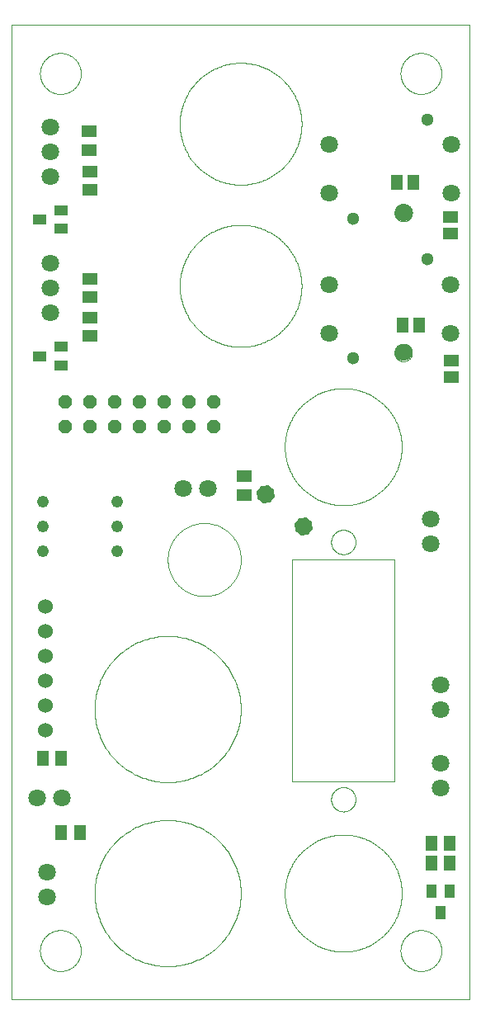
<source format=gbs>
G04 EAGLE Gerber X2 export*
%TF.Part,Single*%
%TF.FileFunction,Other,Solder Mask bottom*%
%TF.FilePolarity,Positive*%
%TF.GenerationSoftware,Autodesk,EAGLE,9.4.0*%
%TF.CreationDate,2019-06-23T01:53:00Z*%
G75*
%MOMM*%
%FSLAX34Y34*%
%LPD*%
%INSolder Mask bottom*%
%AMOC8*
5,1,8,0,0,1.08239X$1,22.5*%
G01*
%ADD10C,0.050000*%
%ADD11C,1.524000*%
%ADD12R,1.500000X1.300000*%
%ADD13C,1.800000*%
%ADD14C,1.300000*%
%ADD15C,0.000000*%
%ADD16R,1.400000X1.000000*%
%ADD17R,1.600000X1.300000*%
%ADD18C,1.219200*%
%ADD19P,1.484606X8X202.500000*%
%ADD20R,1.000000X1.400000*%
%ADD21R,1.300000X1.600000*%
%ADD22R,1.300000X1.500000*%
%ADD23P,1.924489X8X162.500000*%


D10*
X290769Y223241D02*
X290769Y451241D01*
X395769Y451241D02*
X395769Y223241D01*
X472950Y0D02*
X2950Y0D01*
X472950Y0D02*
X472950Y1000000D01*
X2950Y1000000D01*
X2950Y0D01*
X88069Y297835D02*
X88092Y299676D01*
X88159Y301515D01*
X88272Y303352D01*
X88430Y305186D01*
X88633Y307016D01*
X88881Y308840D01*
X89173Y310657D01*
X89510Y312467D01*
X89891Y314268D01*
X90317Y316059D01*
X90786Y317838D01*
X91298Y319606D01*
X91854Y321361D01*
X92453Y323102D01*
X93095Y324827D01*
X93778Y326536D01*
X94503Y328228D01*
X95270Y329902D01*
X96077Y331556D01*
X96925Y333190D01*
X97812Y334802D01*
X98739Y336393D01*
X99705Y337960D01*
X100709Y339503D01*
X101750Y341021D01*
X102828Y342512D01*
X103943Y343977D01*
X105093Y345414D01*
X106278Y346823D01*
X107498Y348202D01*
X108750Y349551D01*
X110036Y350868D01*
X111353Y352154D01*
X112702Y353406D01*
X114081Y354626D01*
X115490Y355811D01*
X116927Y356961D01*
X118392Y358076D01*
X119883Y359154D01*
X121401Y360195D01*
X122944Y361199D01*
X124511Y362165D01*
X126102Y363092D01*
X127714Y363979D01*
X129348Y364827D01*
X131002Y365634D01*
X132676Y366401D01*
X134368Y367126D01*
X136077Y367809D01*
X137802Y368451D01*
X139543Y369050D01*
X141298Y369606D01*
X143066Y370118D01*
X144845Y370587D01*
X146636Y371013D01*
X148437Y371394D01*
X150247Y371731D01*
X152064Y372023D01*
X153888Y372271D01*
X155718Y372474D01*
X157552Y372632D01*
X159389Y372745D01*
X161228Y372812D01*
X163069Y372835D01*
X164910Y372812D01*
X166749Y372745D01*
X168586Y372632D01*
X170420Y372474D01*
X172250Y372271D01*
X174074Y372023D01*
X175891Y371731D01*
X177701Y371394D01*
X179502Y371013D01*
X181293Y370587D01*
X183072Y370118D01*
X184840Y369606D01*
X186595Y369050D01*
X188336Y368451D01*
X190061Y367809D01*
X191770Y367126D01*
X193462Y366401D01*
X195136Y365634D01*
X196790Y364827D01*
X198424Y363979D01*
X200036Y363092D01*
X201627Y362165D01*
X203194Y361199D01*
X204737Y360195D01*
X206255Y359154D01*
X207746Y358076D01*
X209211Y356961D01*
X210648Y355811D01*
X212057Y354626D01*
X213436Y353406D01*
X214785Y352154D01*
X216102Y350868D01*
X217388Y349551D01*
X218640Y348202D01*
X219860Y346823D01*
X221045Y345414D01*
X222195Y343977D01*
X223310Y342512D01*
X224388Y341021D01*
X225429Y339503D01*
X226433Y337960D01*
X227399Y336393D01*
X228326Y334802D01*
X229213Y333190D01*
X230061Y331556D01*
X230868Y329902D01*
X231635Y328228D01*
X232360Y326536D01*
X233043Y324827D01*
X233685Y323102D01*
X234284Y321361D01*
X234840Y319606D01*
X235352Y317838D01*
X235821Y316059D01*
X236247Y314268D01*
X236628Y312467D01*
X236965Y310657D01*
X237257Y308840D01*
X237505Y307016D01*
X237708Y305186D01*
X237866Y303352D01*
X237979Y301515D01*
X238046Y299676D01*
X238069Y297835D01*
X238046Y295994D01*
X237979Y294155D01*
X237866Y292318D01*
X237708Y290484D01*
X237505Y288654D01*
X237257Y286830D01*
X236965Y285013D01*
X236628Y283203D01*
X236247Y281402D01*
X235821Y279611D01*
X235352Y277832D01*
X234840Y276064D01*
X234284Y274309D01*
X233685Y272568D01*
X233043Y270843D01*
X232360Y269134D01*
X231635Y267442D01*
X230868Y265768D01*
X230061Y264114D01*
X229213Y262480D01*
X228326Y260868D01*
X227399Y259277D01*
X226433Y257710D01*
X225429Y256167D01*
X224388Y254649D01*
X223310Y253158D01*
X222195Y251693D01*
X221045Y250256D01*
X219860Y248847D01*
X218640Y247468D01*
X217388Y246119D01*
X216102Y244802D01*
X214785Y243516D01*
X213436Y242264D01*
X212057Y241044D01*
X210648Y239859D01*
X209211Y238709D01*
X207746Y237594D01*
X206255Y236516D01*
X204737Y235475D01*
X203194Y234471D01*
X201627Y233505D01*
X200036Y232578D01*
X198424Y231691D01*
X196790Y230843D01*
X195136Y230036D01*
X193462Y229269D01*
X191770Y228544D01*
X190061Y227861D01*
X188336Y227219D01*
X186595Y226620D01*
X184840Y226064D01*
X183072Y225552D01*
X181293Y225083D01*
X179502Y224657D01*
X177701Y224276D01*
X175891Y223939D01*
X174074Y223647D01*
X172250Y223399D01*
X170420Y223196D01*
X168586Y223038D01*
X166749Y222925D01*
X164910Y222858D01*
X163069Y222835D01*
X161228Y222858D01*
X159389Y222925D01*
X157552Y223038D01*
X155718Y223196D01*
X153888Y223399D01*
X152064Y223647D01*
X150247Y223939D01*
X148437Y224276D01*
X146636Y224657D01*
X144845Y225083D01*
X143066Y225552D01*
X141298Y226064D01*
X139543Y226620D01*
X137802Y227219D01*
X136077Y227861D01*
X134368Y228544D01*
X132676Y229269D01*
X131002Y230036D01*
X129348Y230843D01*
X127714Y231691D01*
X126102Y232578D01*
X124511Y233505D01*
X122944Y234471D01*
X121401Y235475D01*
X119883Y236516D01*
X118392Y237594D01*
X116927Y238709D01*
X115490Y239859D01*
X114081Y241044D01*
X112702Y242264D01*
X111353Y243516D01*
X110036Y244802D01*
X108750Y246119D01*
X107498Y247468D01*
X106278Y248847D01*
X105093Y250256D01*
X103943Y251693D01*
X102828Y253158D01*
X101750Y254649D01*
X100709Y256167D01*
X99705Y257710D01*
X98739Y259277D01*
X97812Y260868D01*
X96925Y262480D01*
X96077Y264114D01*
X95270Y265768D01*
X94503Y267442D01*
X93778Y269134D01*
X93095Y270843D01*
X92453Y272568D01*
X91854Y274309D01*
X91298Y276064D01*
X90786Y277832D01*
X90317Y279611D01*
X89891Y281402D01*
X89510Y283203D01*
X89173Y285013D01*
X88881Y286830D01*
X88633Y288654D01*
X88430Y290484D01*
X88272Y292318D01*
X88159Y294155D01*
X88092Y295994D01*
X88069Y297835D01*
X330769Y205241D02*
X330773Y205548D01*
X330784Y205854D01*
X330803Y206161D01*
X330829Y206466D01*
X330863Y206771D01*
X330904Y207075D01*
X330953Y207378D01*
X331009Y207680D01*
X331073Y207980D01*
X331144Y208278D01*
X331222Y208575D01*
X331307Y208870D01*
X331400Y209162D01*
X331500Y209452D01*
X331607Y209740D01*
X331721Y210025D01*
X331841Y210307D01*
X331969Y210585D01*
X332104Y210861D01*
X332245Y211133D01*
X332393Y211402D01*
X332547Y211667D01*
X332708Y211928D01*
X332876Y212186D01*
X333049Y212439D01*
X333229Y212687D01*
X333415Y212931D01*
X333606Y213171D01*
X333804Y213406D01*
X334007Y213635D01*
X334216Y213860D01*
X334430Y214080D01*
X334650Y214294D01*
X334875Y214503D01*
X335104Y214706D01*
X335339Y214904D01*
X335579Y215095D01*
X335823Y215281D01*
X336071Y215461D01*
X336324Y215634D01*
X336582Y215802D01*
X336843Y215963D01*
X337108Y216117D01*
X337377Y216265D01*
X337649Y216406D01*
X337925Y216541D01*
X338203Y216669D01*
X338485Y216789D01*
X338770Y216903D01*
X339058Y217010D01*
X339348Y217110D01*
X339640Y217203D01*
X339935Y217288D01*
X340232Y217366D01*
X340530Y217437D01*
X340830Y217501D01*
X341132Y217557D01*
X341435Y217606D01*
X341739Y217647D01*
X342044Y217681D01*
X342349Y217707D01*
X342656Y217726D01*
X342962Y217737D01*
X343269Y217741D01*
X343576Y217737D01*
X343882Y217726D01*
X344189Y217707D01*
X344494Y217681D01*
X344799Y217647D01*
X345103Y217606D01*
X345406Y217557D01*
X345708Y217501D01*
X346008Y217437D01*
X346306Y217366D01*
X346603Y217288D01*
X346898Y217203D01*
X347190Y217110D01*
X347480Y217010D01*
X347768Y216903D01*
X348053Y216789D01*
X348335Y216669D01*
X348613Y216541D01*
X348889Y216406D01*
X349161Y216265D01*
X349430Y216117D01*
X349695Y215963D01*
X349956Y215802D01*
X350214Y215634D01*
X350467Y215461D01*
X350715Y215281D01*
X350959Y215095D01*
X351199Y214904D01*
X351434Y214706D01*
X351663Y214503D01*
X351888Y214294D01*
X352108Y214080D01*
X352322Y213860D01*
X352531Y213635D01*
X352734Y213406D01*
X352932Y213171D01*
X353123Y212931D01*
X353309Y212687D01*
X353489Y212439D01*
X353662Y212186D01*
X353830Y211928D01*
X353991Y211667D01*
X354145Y211402D01*
X354293Y211133D01*
X354434Y210861D01*
X354569Y210585D01*
X354697Y210307D01*
X354817Y210025D01*
X354931Y209740D01*
X355038Y209452D01*
X355138Y209162D01*
X355231Y208870D01*
X355316Y208575D01*
X355394Y208278D01*
X355465Y207980D01*
X355529Y207680D01*
X355585Y207378D01*
X355634Y207075D01*
X355675Y206771D01*
X355709Y206466D01*
X355735Y206161D01*
X355754Y205854D01*
X355765Y205548D01*
X355769Y205241D01*
X355765Y204934D01*
X355754Y204628D01*
X355735Y204321D01*
X355709Y204016D01*
X355675Y203711D01*
X355634Y203407D01*
X355585Y203104D01*
X355529Y202802D01*
X355465Y202502D01*
X355394Y202204D01*
X355316Y201907D01*
X355231Y201612D01*
X355138Y201320D01*
X355038Y201030D01*
X354931Y200742D01*
X354817Y200457D01*
X354697Y200175D01*
X354569Y199897D01*
X354434Y199621D01*
X354293Y199349D01*
X354145Y199080D01*
X353991Y198815D01*
X353830Y198554D01*
X353662Y198296D01*
X353489Y198043D01*
X353309Y197795D01*
X353123Y197551D01*
X352932Y197311D01*
X352734Y197076D01*
X352531Y196847D01*
X352322Y196622D01*
X352108Y196402D01*
X351888Y196188D01*
X351663Y195979D01*
X351434Y195776D01*
X351199Y195578D01*
X350959Y195387D01*
X350715Y195201D01*
X350467Y195021D01*
X350214Y194848D01*
X349956Y194680D01*
X349695Y194519D01*
X349430Y194365D01*
X349161Y194217D01*
X348889Y194076D01*
X348613Y193941D01*
X348335Y193813D01*
X348053Y193693D01*
X347768Y193579D01*
X347480Y193472D01*
X347190Y193372D01*
X346898Y193279D01*
X346603Y193194D01*
X346306Y193116D01*
X346008Y193045D01*
X345708Y192981D01*
X345406Y192925D01*
X345103Y192876D01*
X344799Y192835D01*
X344494Y192801D01*
X344189Y192775D01*
X343882Y192756D01*
X343576Y192745D01*
X343269Y192741D01*
X342962Y192745D01*
X342656Y192756D01*
X342349Y192775D01*
X342044Y192801D01*
X341739Y192835D01*
X341435Y192876D01*
X341132Y192925D01*
X340830Y192981D01*
X340530Y193045D01*
X340232Y193116D01*
X339935Y193194D01*
X339640Y193279D01*
X339348Y193372D01*
X339058Y193472D01*
X338770Y193579D01*
X338485Y193693D01*
X338203Y193813D01*
X337925Y193941D01*
X337649Y194076D01*
X337377Y194217D01*
X337108Y194365D01*
X336843Y194519D01*
X336582Y194680D01*
X336324Y194848D01*
X336071Y195021D01*
X335823Y195201D01*
X335579Y195387D01*
X335339Y195578D01*
X335104Y195776D01*
X334875Y195979D01*
X334650Y196188D01*
X334430Y196402D01*
X334216Y196622D01*
X334007Y196847D01*
X333804Y197076D01*
X333606Y197311D01*
X333415Y197551D01*
X333229Y197795D01*
X333049Y198043D01*
X332876Y198296D01*
X332708Y198554D01*
X332547Y198815D01*
X332393Y199080D01*
X332245Y199349D01*
X332104Y199621D01*
X331969Y199897D01*
X331841Y200175D01*
X331721Y200457D01*
X331607Y200742D01*
X331500Y201030D01*
X331400Y201320D01*
X331307Y201612D01*
X331222Y201907D01*
X331144Y202204D01*
X331073Y202502D01*
X331009Y202802D01*
X330953Y203104D01*
X330904Y203407D01*
X330863Y203711D01*
X330829Y204016D01*
X330803Y204321D01*
X330784Y204628D01*
X330773Y204934D01*
X330769Y205241D01*
X88069Y108941D02*
X88092Y110782D01*
X88159Y112621D01*
X88272Y114458D01*
X88430Y116292D01*
X88633Y118122D01*
X88881Y119946D01*
X89173Y121763D01*
X89510Y123573D01*
X89891Y125374D01*
X90317Y127165D01*
X90786Y128944D01*
X91298Y130712D01*
X91854Y132467D01*
X92453Y134208D01*
X93095Y135933D01*
X93778Y137642D01*
X94503Y139334D01*
X95270Y141008D01*
X96077Y142662D01*
X96925Y144296D01*
X97812Y145908D01*
X98739Y147499D01*
X99705Y149066D01*
X100709Y150609D01*
X101750Y152127D01*
X102828Y153618D01*
X103943Y155083D01*
X105093Y156520D01*
X106278Y157929D01*
X107498Y159308D01*
X108750Y160657D01*
X110036Y161974D01*
X111353Y163260D01*
X112702Y164512D01*
X114081Y165732D01*
X115490Y166917D01*
X116927Y168067D01*
X118392Y169182D01*
X119883Y170260D01*
X121401Y171301D01*
X122944Y172305D01*
X124511Y173271D01*
X126102Y174198D01*
X127714Y175085D01*
X129348Y175933D01*
X131002Y176740D01*
X132676Y177507D01*
X134368Y178232D01*
X136077Y178915D01*
X137802Y179557D01*
X139543Y180156D01*
X141298Y180712D01*
X143066Y181224D01*
X144845Y181693D01*
X146636Y182119D01*
X148437Y182500D01*
X150247Y182837D01*
X152064Y183129D01*
X153888Y183377D01*
X155718Y183580D01*
X157552Y183738D01*
X159389Y183851D01*
X161228Y183918D01*
X163069Y183941D01*
X164910Y183918D01*
X166749Y183851D01*
X168586Y183738D01*
X170420Y183580D01*
X172250Y183377D01*
X174074Y183129D01*
X175891Y182837D01*
X177701Y182500D01*
X179502Y182119D01*
X181293Y181693D01*
X183072Y181224D01*
X184840Y180712D01*
X186595Y180156D01*
X188336Y179557D01*
X190061Y178915D01*
X191770Y178232D01*
X193462Y177507D01*
X195136Y176740D01*
X196790Y175933D01*
X198424Y175085D01*
X200036Y174198D01*
X201627Y173271D01*
X203194Y172305D01*
X204737Y171301D01*
X206255Y170260D01*
X207746Y169182D01*
X209211Y168067D01*
X210648Y166917D01*
X212057Y165732D01*
X213436Y164512D01*
X214785Y163260D01*
X216102Y161974D01*
X217388Y160657D01*
X218640Y159308D01*
X219860Y157929D01*
X221045Y156520D01*
X222195Y155083D01*
X223310Y153618D01*
X224388Y152127D01*
X225429Y150609D01*
X226433Y149066D01*
X227399Y147499D01*
X228326Y145908D01*
X229213Y144296D01*
X230061Y142662D01*
X230868Y141008D01*
X231635Y139334D01*
X232360Y137642D01*
X233043Y135933D01*
X233685Y134208D01*
X234284Y132467D01*
X234840Y130712D01*
X235352Y128944D01*
X235821Y127165D01*
X236247Y125374D01*
X236628Y123573D01*
X236965Y121763D01*
X237257Y119946D01*
X237505Y118122D01*
X237708Y116292D01*
X237866Y114458D01*
X237979Y112621D01*
X238046Y110782D01*
X238069Y108941D01*
X238046Y107100D01*
X237979Y105261D01*
X237866Y103424D01*
X237708Y101590D01*
X237505Y99760D01*
X237257Y97936D01*
X236965Y96119D01*
X236628Y94309D01*
X236247Y92508D01*
X235821Y90717D01*
X235352Y88938D01*
X234840Y87170D01*
X234284Y85415D01*
X233685Y83674D01*
X233043Y81949D01*
X232360Y80240D01*
X231635Y78548D01*
X230868Y76874D01*
X230061Y75220D01*
X229213Y73586D01*
X228326Y71974D01*
X227399Y70383D01*
X226433Y68816D01*
X225429Y67273D01*
X224388Y65755D01*
X223310Y64264D01*
X222195Y62799D01*
X221045Y61362D01*
X219860Y59953D01*
X218640Y58574D01*
X217388Y57225D01*
X216102Y55908D01*
X214785Y54622D01*
X213436Y53370D01*
X212057Y52150D01*
X210648Y50965D01*
X209211Y49815D01*
X207746Y48700D01*
X206255Y47622D01*
X204737Y46581D01*
X203194Y45577D01*
X201627Y44611D01*
X200036Y43684D01*
X198424Y42797D01*
X196790Y41949D01*
X195136Y41142D01*
X193462Y40375D01*
X191770Y39650D01*
X190061Y38967D01*
X188336Y38325D01*
X186595Y37726D01*
X184840Y37170D01*
X183072Y36658D01*
X181293Y36189D01*
X179502Y35763D01*
X177701Y35382D01*
X175891Y35045D01*
X174074Y34753D01*
X172250Y34505D01*
X170420Y34302D01*
X168586Y34144D01*
X166749Y34031D01*
X164910Y33964D01*
X163069Y33941D01*
X161228Y33964D01*
X159389Y34031D01*
X157552Y34144D01*
X155718Y34302D01*
X153888Y34505D01*
X152064Y34753D01*
X150247Y35045D01*
X148437Y35382D01*
X146636Y35763D01*
X144845Y36189D01*
X143066Y36658D01*
X141298Y37170D01*
X139543Y37726D01*
X137802Y38325D01*
X136077Y38967D01*
X134368Y39650D01*
X132676Y40375D01*
X131002Y41142D01*
X129348Y41949D01*
X127714Y42797D01*
X126102Y43684D01*
X124511Y44611D01*
X122944Y45577D01*
X121401Y46581D01*
X119883Y47622D01*
X118392Y48700D01*
X116927Y49815D01*
X115490Y50965D01*
X114081Y52150D01*
X112702Y53370D01*
X111353Y54622D01*
X110036Y55908D01*
X108750Y57225D01*
X107498Y58574D01*
X106278Y59953D01*
X105093Y61362D01*
X103943Y62799D01*
X102828Y64264D01*
X101750Y65755D01*
X100709Y67273D01*
X99705Y68816D01*
X98739Y70383D01*
X97812Y71974D01*
X96925Y73586D01*
X96077Y75220D01*
X95270Y76874D01*
X94503Y78548D01*
X93778Y80240D01*
X93095Y81949D01*
X92453Y83674D01*
X91854Y85415D01*
X91298Y87170D01*
X90786Y88938D01*
X90317Y90717D01*
X89891Y92508D01*
X89510Y94309D01*
X89173Y96119D01*
X88881Y97936D01*
X88633Y99760D01*
X88430Y101590D01*
X88272Y103424D01*
X88159Y105261D01*
X88092Y107100D01*
X88069Y108941D01*
X401950Y50000D02*
X401956Y50515D01*
X401975Y51030D01*
X402007Y51545D01*
X402051Y52058D01*
X402108Y52571D01*
X402177Y53081D01*
X402259Y53590D01*
X402354Y54097D01*
X402460Y54601D01*
X402579Y55103D01*
X402711Y55601D01*
X402854Y56096D01*
X403010Y56587D01*
X403178Y57075D01*
X403357Y57558D01*
X403549Y58036D01*
X403752Y58510D01*
X403966Y58979D01*
X404192Y59442D01*
X404430Y59899D01*
X404678Y60351D01*
X404938Y60796D01*
X405208Y61235D01*
X405489Y61667D01*
X405781Y62092D01*
X406083Y62510D01*
X406395Y62920D01*
X406717Y63322D01*
X407049Y63717D01*
X407390Y64103D01*
X407741Y64480D01*
X408101Y64849D01*
X408470Y65209D01*
X408847Y65560D01*
X409233Y65901D01*
X409628Y66233D01*
X410030Y66555D01*
X410440Y66867D01*
X410858Y67169D01*
X411283Y67461D01*
X411715Y67742D01*
X412154Y68012D01*
X412599Y68272D01*
X413051Y68520D01*
X413508Y68758D01*
X413971Y68984D01*
X414440Y69198D01*
X414914Y69401D01*
X415392Y69593D01*
X415875Y69772D01*
X416363Y69940D01*
X416854Y70096D01*
X417349Y70239D01*
X417847Y70371D01*
X418349Y70490D01*
X418853Y70596D01*
X419360Y70691D01*
X419869Y70773D01*
X420379Y70842D01*
X420892Y70899D01*
X421405Y70943D01*
X421920Y70975D01*
X422435Y70994D01*
X422950Y71000D01*
X423465Y70994D01*
X423980Y70975D01*
X424495Y70943D01*
X425008Y70899D01*
X425521Y70842D01*
X426031Y70773D01*
X426540Y70691D01*
X427047Y70596D01*
X427551Y70490D01*
X428053Y70371D01*
X428551Y70239D01*
X429046Y70096D01*
X429537Y69940D01*
X430025Y69772D01*
X430508Y69593D01*
X430986Y69401D01*
X431460Y69198D01*
X431929Y68984D01*
X432392Y68758D01*
X432849Y68520D01*
X433301Y68272D01*
X433746Y68012D01*
X434185Y67742D01*
X434617Y67461D01*
X435042Y67169D01*
X435460Y66867D01*
X435870Y66555D01*
X436272Y66233D01*
X436667Y65901D01*
X437053Y65560D01*
X437430Y65209D01*
X437799Y64849D01*
X438159Y64480D01*
X438510Y64103D01*
X438851Y63717D01*
X439183Y63322D01*
X439505Y62920D01*
X439817Y62510D01*
X440119Y62092D01*
X440411Y61667D01*
X440692Y61235D01*
X440962Y60796D01*
X441222Y60351D01*
X441470Y59899D01*
X441708Y59442D01*
X441934Y58979D01*
X442148Y58510D01*
X442351Y58036D01*
X442543Y57558D01*
X442722Y57075D01*
X442890Y56587D01*
X443046Y56096D01*
X443189Y55601D01*
X443321Y55103D01*
X443440Y54601D01*
X443546Y54097D01*
X443641Y53590D01*
X443723Y53081D01*
X443792Y52571D01*
X443849Y52058D01*
X443893Y51545D01*
X443925Y51030D01*
X443944Y50515D01*
X443950Y50000D01*
X443944Y49485D01*
X443925Y48970D01*
X443893Y48455D01*
X443849Y47942D01*
X443792Y47429D01*
X443723Y46919D01*
X443641Y46410D01*
X443546Y45903D01*
X443440Y45399D01*
X443321Y44897D01*
X443189Y44399D01*
X443046Y43904D01*
X442890Y43413D01*
X442722Y42925D01*
X442543Y42442D01*
X442351Y41964D01*
X442148Y41490D01*
X441934Y41021D01*
X441708Y40558D01*
X441470Y40101D01*
X441222Y39649D01*
X440962Y39204D01*
X440692Y38765D01*
X440411Y38333D01*
X440119Y37908D01*
X439817Y37490D01*
X439505Y37080D01*
X439183Y36678D01*
X438851Y36283D01*
X438510Y35897D01*
X438159Y35520D01*
X437799Y35151D01*
X437430Y34791D01*
X437053Y34440D01*
X436667Y34099D01*
X436272Y33767D01*
X435870Y33445D01*
X435460Y33133D01*
X435042Y32831D01*
X434617Y32539D01*
X434185Y32258D01*
X433746Y31988D01*
X433301Y31728D01*
X432849Y31480D01*
X432392Y31242D01*
X431929Y31016D01*
X431460Y30802D01*
X430986Y30599D01*
X430508Y30407D01*
X430025Y30228D01*
X429537Y30060D01*
X429046Y29904D01*
X428551Y29761D01*
X428053Y29629D01*
X427551Y29510D01*
X427047Y29404D01*
X426540Y29309D01*
X426031Y29227D01*
X425521Y29158D01*
X425008Y29101D01*
X424495Y29057D01*
X423980Y29025D01*
X423465Y29006D01*
X422950Y29000D01*
X422435Y29006D01*
X421920Y29025D01*
X421405Y29057D01*
X420892Y29101D01*
X420379Y29158D01*
X419869Y29227D01*
X419360Y29309D01*
X418853Y29404D01*
X418349Y29510D01*
X417847Y29629D01*
X417349Y29761D01*
X416854Y29904D01*
X416363Y30060D01*
X415875Y30228D01*
X415392Y30407D01*
X414914Y30599D01*
X414440Y30802D01*
X413971Y31016D01*
X413508Y31242D01*
X413051Y31480D01*
X412599Y31728D01*
X412154Y31988D01*
X411715Y32258D01*
X411283Y32539D01*
X410858Y32831D01*
X410440Y33133D01*
X410030Y33445D01*
X409628Y33767D01*
X409233Y34099D01*
X408847Y34440D01*
X408470Y34791D01*
X408101Y35151D01*
X407741Y35520D01*
X407390Y35897D01*
X407049Y36283D01*
X406717Y36678D01*
X406395Y37080D01*
X406083Y37490D01*
X405781Y37908D01*
X405489Y38333D01*
X405208Y38765D01*
X404938Y39204D01*
X404678Y39649D01*
X404430Y40101D01*
X404192Y40558D01*
X403966Y41021D01*
X403752Y41490D01*
X403549Y41964D01*
X403357Y42442D01*
X403178Y42925D01*
X403010Y43413D01*
X402854Y43904D01*
X402711Y44399D01*
X402579Y44897D01*
X402460Y45399D01*
X402354Y45903D01*
X402259Y46410D01*
X402177Y46919D01*
X402108Y47429D01*
X402051Y47942D01*
X402007Y48455D01*
X401975Y48970D01*
X401956Y49485D01*
X401950Y50000D01*
X283269Y108941D02*
X283287Y110413D01*
X283341Y111885D01*
X283432Y113355D01*
X283558Y114822D01*
X283720Y116286D01*
X283918Y117745D01*
X284152Y119199D01*
X284422Y120646D01*
X284727Y122087D01*
X285067Y123520D01*
X285442Y124944D01*
X285853Y126358D01*
X286297Y127762D01*
X286776Y129154D01*
X287289Y130535D01*
X287836Y131902D01*
X288416Y133255D01*
X289030Y134594D01*
X289676Y135918D01*
X290354Y137225D01*
X291064Y138515D01*
X291805Y139787D01*
X292578Y141041D01*
X293381Y142275D01*
X294214Y143489D01*
X295077Y144683D01*
X295968Y145855D01*
X296888Y147005D01*
X297836Y148131D01*
X298812Y149235D01*
X299814Y150313D01*
X300843Y151367D01*
X301897Y152396D01*
X302975Y153398D01*
X304079Y154374D01*
X305205Y155322D01*
X306355Y156242D01*
X307527Y157133D01*
X308721Y157996D01*
X309935Y158829D01*
X311169Y159632D01*
X312423Y160405D01*
X313695Y161146D01*
X314985Y161856D01*
X316292Y162534D01*
X317616Y163180D01*
X318955Y163794D01*
X320308Y164374D01*
X321675Y164921D01*
X323056Y165434D01*
X324448Y165913D01*
X325852Y166357D01*
X327266Y166768D01*
X328690Y167143D01*
X330123Y167483D01*
X331564Y167788D01*
X333011Y168058D01*
X334465Y168292D01*
X335924Y168490D01*
X337388Y168652D01*
X338855Y168778D01*
X340325Y168869D01*
X341797Y168923D01*
X343269Y168941D01*
X344741Y168923D01*
X346213Y168869D01*
X347683Y168778D01*
X349150Y168652D01*
X350614Y168490D01*
X352073Y168292D01*
X353527Y168058D01*
X354974Y167788D01*
X356415Y167483D01*
X357848Y167143D01*
X359272Y166768D01*
X360686Y166357D01*
X362090Y165913D01*
X363482Y165434D01*
X364863Y164921D01*
X366230Y164374D01*
X367583Y163794D01*
X368922Y163180D01*
X370246Y162534D01*
X371553Y161856D01*
X372843Y161146D01*
X374115Y160405D01*
X375369Y159632D01*
X376603Y158829D01*
X377817Y157996D01*
X379011Y157133D01*
X380183Y156242D01*
X381333Y155322D01*
X382459Y154374D01*
X383563Y153398D01*
X384641Y152396D01*
X385695Y151367D01*
X386724Y150313D01*
X387726Y149235D01*
X388702Y148131D01*
X389650Y147005D01*
X390570Y145855D01*
X391461Y144683D01*
X392324Y143489D01*
X393157Y142275D01*
X393960Y141041D01*
X394733Y139787D01*
X395474Y138515D01*
X396184Y137225D01*
X396862Y135918D01*
X397508Y134594D01*
X398122Y133255D01*
X398702Y131902D01*
X399249Y130535D01*
X399762Y129154D01*
X400241Y127762D01*
X400685Y126358D01*
X401096Y124944D01*
X401471Y123520D01*
X401811Y122087D01*
X402116Y120646D01*
X402386Y119199D01*
X402620Y117745D01*
X402818Y116286D01*
X402980Y114822D01*
X403106Y113355D01*
X403197Y111885D01*
X403251Y110413D01*
X403269Y108941D01*
X403251Y107469D01*
X403197Y105997D01*
X403106Y104527D01*
X402980Y103060D01*
X402818Y101596D01*
X402620Y100137D01*
X402386Y98683D01*
X402116Y97236D01*
X401811Y95795D01*
X401471Y94362D01*
X401096Y92938D01*
X400685Y91524D01*
X400241Y90120D01*
X399762Y88728D01*
X399249Y87347D01*
X398702Y85980D01*
X398122Y84627D01*
X397508Y83288D01*
X396862Y81964D01*
X396184Y80657D01*
X395474Y79367D01*
X394733Y78095D01*
X393960Y76841D01*
X393157Y75607D01*
X392324Y74393D01*
X391461Y73199D01*
X390570Y72027D01*
X389650Y70877D01*
X388702Y69751D01*
X387726Y68647D01*
X386724Y67569D01*
X385695Y66515D01*
X384641Y65486D01*
X383563Y64484D01*
X382459Y63508D01*
X381333Y62560D01*
X380183Y61640D01*
X379011Y60749D01*
X377817Y59886D01*
X376603Y59053D01*
X375369Y58250D01*
X374115Y57477D01*
X372843Y56736D01*
X371553Y56026D01*
X370246Y55348D01*
X368922Y54702D01*
X367583Y54088D01*
X366230Y53508D01*
X364863Y52961D01*
X363482Y52448D01*
X362090Y51969D01*
X360686Y51525D01*
X359272Y51114D01*
X357848Y50739D01*
X356415Y50399D01*
X354974Y50094D01*
X353527Y49824D01*
X352073Y49590D01*
X350614Y49392D01*
X349150Y49230D01*
X347683Y49104D01*
X346213Y49013D01*
X344741Y48959D01*
X343269Y48941D01*
X341797Y48959D01*
X340325Y49013D01*
X338855Y49104D01*
X337388Y49230D01*
X335924Y49392D01*
X334465Y49590D01*
X333011Y49824D01*
X331564Y50094D01*
X330123Y50399D01*
X328690Y50739D01*
X327266Y51114D01*
X325852Y51525D01*
X324448Y51969D01*
X323056Y52448D01*
X321675Y52961D01*
X320308Y53508D01*
X318955Y54088D01*
X317616Y54702D01*
X316292Y55348D01*
X314985Y56026D01*
X313695Y56736D01*
X312423Y57477D01*
X311169Y58250D01*
X309935Y59053D01*
X308721Y59886D01*
X307527Y60749D01*
X306355Y61640D01*
X305205Y62560D01*
X304079Y63508D01*
X302975Y64484D01*
X301897Y65486D01*
X300843Y66515D01*
X299814Y67569D01*
X298812Y68647D01*
X297836Y69751D01*
X296888Y70877D01*
X295968Y72027D01*
X295077Y73199D01*
X294214Y74393D01*
X293381Y75607D01*
X292578Y76841D01*
X291805Y78095D01*
X291064Y79367D01*
X290354Y80657D01*
X289676Y81964D01*
X289030Y83288D01*
X288416Y84627D01*
X287836Y85980D01*
X287289Y87347D01*
X286776Y88728D01*
X286297Y90120D01*
X285853Y91524D01*
X285442Y92938D01*
X285067Y94362D01*
X284727Y95795D01*
X284422Y97236D01*
X284152Y98683D01*
X283918Y100137D01*
X283720Y101596D01*
X283558Y103060D01*
X283432Y104527D01*
X283341Y105997D01*
X283287Y107469D01*
X283269Y108941D01*
X31950Y50000D02*
X31956Y50515D01*
X31975Y51030D01*
X32007Y51545D01*
X32051Y52058D01*
X32108Y52571D01*
X32177Y53081D01*
X32259Y53590D01*
X32354Y54097D01*
X32460Y54601D01*
X32579Y55103D01*
X32711Y55601D01*
X32854Y56096D01*
X33010Y56587D01*
X33178Y57075D01*
X33357Y57558D01*
X33549Y58036D01*
X33752Y58510D01*
X33966Y58979D01*
X34192Y59442D01*
X34430Y59899D01*
X34678Y60351D01*
X34938Y60796D01*
X35208Y61235D01*
X35489Y61667D01*
X35781Y62092D01*
X36083Y62510D01*
X36395Y62920D01*
X36717Y63322D01*
X37049Y63717D01*
X37390Y64103D01*
X37741Y64480D01*
X38101Y64849D01*
X38470Y65209D01*
X38847Y65560D01*
X39233Y65901D01*
X39628Y66233D01*
X40030Y66555D01*
X40440Y66867D01*
X40858Y67169D01*
X41283Y67461D01*
X41715Y67742D01*
X42154Y68012D01*
X42599Y68272D01*
X43051Y68520D01*
X43508Y68758D01*
X43971Y68984D01*
X44440Y69198D01*
X44914Y69401D01*
X45392Y69593D01*
X45875Y69772D01*
X46363Y69940D01*
X46854Y70096D01*
X47349Y70239D01*
X47847Y70371D01*
X48349Y70490D01*
X48853Y70596D01*
X49360Y70691D01*
X49869Y70773D01*
X50379Y70842D01*
X50892Y70899D01*
X51405Y70943D01*
X51920Y70975D01*
X52435Y70994D01*
X52950Y71000D01*
X53465Y70994D01*
X53980Y70975D01*
X54495Y70943D01*
X55008Y70899D01*
X55521Y70842D01*
X56031Y70773D01*
X56540Y70691D01*
X57047Y70596D01*
X57551Y70490D01*
X58053Y70371D01*
X58551Y70239D01*
X59046Y70096D01*
X59537Y69940D01*
X60025Y69772D01*
X60508Y69593D01*
X60986Y69401D01*
X61460Y69198D01*
X61929Y68984D01*
X62392Y68758D01*
X62849Y68520D01*
X63301Y68272D01*
X63746Y68012D01*
X64185Y67742D01*
X64617Y67461D01*
X65042Y67169D01*
X65460Y66867D01*
X65870Y66555D01*
X66272Y66233D01*
X66667Y65901D01*
X67053Y65560D01*
X67430Y65209D01*
X67799Y64849D01*
X68159Y64480D01*
X68510Y64103D01*
X68851Y63717D01*
X69183Y63322D01*
X69505Y62920D01*
X69817Y62510D01*
X70119Y62092D01*
X70411Y61667D01*
X70692Y61235D01*
X70962Y60796D01*
X71222Y60351D01*
X71470Y59899D01*
X71708Y59442D01*
X71934Y58979D01*
X72148Y58510D01*
X72351Y58036D01*
X72543Y57558D01*
X72722Y57075D01*
X72890Y56587D01*
X73046Y56096D01*
X73189Y55601D01*
X73321Y55103D01*
X73440Y54601D01*
X73546Y54097D01*
X73641Y53590D01*
X73723Y53081D01*
X73792Y52571D01*
X73849Y52058D01*
X73893Y51545D01*
X73925Y51030D01*
X73944Y50515D01*
X73950Y50000D01*
X73944Y49485D01*
X73925Y48970D01*
X73893Y48455D01*
X73849Y47942D01*
X73792Y47429D01*
X73723Y46919D01*
X73641Y46410D01*
X73546Y45903D01*
X73440Y45399D01*
X73321Y44897D01*
X73189Y44399D01*
X73046Y43904D01*
X72890Y43413D01*
X72722Y42925D01*
X72543Y42442D01*
X72351Y41964D01*
X72148Y41490D01*
X71934Y41021D01*
X71708Y40558D01*
X71470Y40101D01*
X71222Y39649D01*
X70962Y39204D01*
X70692Y38765D01*
X70411Y38333D01*
X70119Y37908D01*
X69817Y37490D01*
X69505Y37080D01*
X69183Y36678D01*
X68851Y36283D01*
X68510Y35897D01*
X68159Y35520D01*
X67799Y35151D01*
X67430Y34791D01*
X67053Y34440D01*
X66667Y34099D01*
X66272Y33767D01*
X65870Y33445D01*
X65460Y33133D01*
X65042Y32831D01*
X64617Y32539D01*
X64185Y32258D01*
X63746Y31988D01*
X63301Y31728D01*
X62849Y31480D01*
X62392Y31242D01*
X61929Y31016D01*
X61460Y30802D01*
X60986Y30599D01*
X60508Y30407D01*
X60025Y30228D01*
X59537Y30060D01*
X59046Y29904D01*
X58551Y29761D01*
X58053Y29629D01*
X57551Y29510D01*
X57047Y29404D01*
X56540Y29309D01*
X56031Y29227D01*
X55521Y29158D01*
X55008Y29101D01*
X54495Y29057D01*
X53980Y29025D01*
X53465Y29006D01*
X52950Y29000D01*
X52435Y29006D01*
X51920Y29025D01*
X51405Y29057D01*
X50892Y29101D01*
X50379Y29158D01*
X49869Y29227D01*
X49360Y29309D01*
X48853Y29404D01*
X48349Y29510D01*
X47847Y29629D01*
X47349Y29761D01*
X46854Y29904D01*
X46363Y30060D01*
X45875Y30228D01*
X45392Y30407D01*
X44914Y30599D01*
X44440Y30802D01*
X43971Y31016D01*
X43508Y31242D01*
X43051Y31480D01*
X42599Y31728D01*
X42154Y31988D01*
X41715Y32258D01*
X41283Y32539D01*
X40858Y32831D01*
X40440Y33133D01*
X40030Y33445D01*
X39628Y33767D01*
X39233Y34099D01*
X38847Y34440D01*
X38470Y34791D01*
X38101Y35151D01*
X37741Y35520D01*
X37390Y35897D01*
X37049Y36283D01*
X36717Y36678D01*
X36395Y37080D01*
X36083Y37490D01*
X35781Y37908D01*
X35489Y38333D01*
X35208Y38765D01*
X34938Y39204D01*
X34678Y39649D01*
X34430Y40101D01*
X34192Y40558D01*
X33966Y41021D01*
X33752Y41490D01*
X33549Y41964D01*
X33357Y42442D01*
X33178Y42925D01*
X33010Y43413D01*
X32854Y43904D01*
X32711Y44399D01*
X32579Y44897D01*
X32460Y45399D01*
X32354Y45903D01*
X32259Y46410D01*
X32177Y46919D01*
X32108Y47429D01*
X32051Y47942D01*
X32007Y48455D01*
X31975Y48970D01*
X31956Y49485D01*
X31950Y50000D01*
X175450Y732064D02*
X175469Y733598D01*
X175525Y735131D01*
X175619Y736662D01*
X175751Y738190D01*
X175920Y739715D01*
X176126Y741235D01*
X176370Y742749D01*
X176651Y744257D01*
X176969Y745758D01*
X177323Y747250D01*
X177714Y748734D01*
X178141Y750207D01*
X178604Y751669D01*
X179103Y753120D01*
X179638Y754557D01*
X180208Y755982D01*
X180812Y757392D01*
X181451Y758786D01*
X182123Y760165D01*
X182830Y761526D01*
X183570Y762870D01*
X184342Y764195D01*
X185147Y765501D01*
X185983Y766787D01*
X186851Y768052D01*
X187750Y769295D01*
X188678Y770516D01*
X189637Y771714D01*
X190624Y772887D01*
X191641Y774036D01*
X192685Y775160D01*
X193756Y776258D01*
X194854Y777329D01*
X195978Y778373D01*
X197127Y779390D01*
X198300Y780377D01*
X199498Y781336D01*
X200719Y782264D01*
X201962Y783163D01*
X203227Y784031D01*
X204513Y784867D01*
X205819Y785672D01*
X207144Y786444D01*
X208488Y787184D01*
X209849Y787891D01*
X211228Y788563D01*
X212622Y789202D01*
X214032Y789806D01*
X215457Y790376D01*
X216894Y790911D01*
X218345Y791410D01*
X219807Y791873D01*
X221280Y792300D01*
X222764Y792691D01*
X224256Y793045D01*
X225757Y793363D01*
X227265Y793644D01*
X228779Y793888D01*
X230299Y794094D01*
X231824Y794263D01*
X233352Y794395D01*
X234883Y794489D01*
X236416Y794545D01*
X237950Y794564D01*
X239484Y794545D01*
X241017Y794489D01*
X242548Y794395D01*
X244076Y794263D01*
X245601Y794094D01*
X247121Y793888D01*
X248635Y793644D01*
X250143Y793363D01*
X251644Y793045D01*
X253136Y792691D01*
X254620Y792300D01*
X256093Y791873D01*
X257555Y791410D01*
X259006Y790911D01*
X260443Y790376D01*
X261868Y789806D01*
X263278Y789202D01*
X264672Y788563D01*
X266051Y787891D01*
X267412Y787184D01*
X268756Y786444D01*
X270081Y785672D01*
X271387Y784867D01*
X272673Y784031D01*
X273938Y783163D01*
X275181Y782264D01*
X276402Y781336D01*
X277600Y780377D01*
X278773Y779390D01*
X279922Y778373D01*
X281046Y777329D01*
X282144Y776258D01*
X283215Y775160D01*
X284259Y774036D01*
X285276Y772887D01*
X286263Y771714D01*
X287222Y770516D01*
X288150Y769295D01*
X289049Y768052D01*
X289917Y766787D01*
X290753Y765501D01*
X291558Y764195D01*
X292330Y762870D01*
X293070Y761526D01*
X293777Y760165D01*
X294449Y758786D01*
X295088Y757392D01*
X295692Y755982D01*
X296262Y754557D01*
X296797Y753120D01*
X297296Y751669D01*
X297759Y750207D01*
X298186Y748734D01*
X298577Y747250D01*
X298931Y745758D01*
X299249Y744257D01*
X299530Y742749D01*
X299774Y741235D01*
X299980Y739715D01*
X300149Y738190D01*
X300281Y736662D01*
X300375Y735131D01*
X300431Y733598D01*
X300450Y732064D01*
X300431Y730530D01*
X300375Y728997D01*
X300281Y727466D01*
X300149Y725938D01*
X299980Y724413D01*
X299774Y722893D01*
X299530Y721379D01*
X299249Y719871D01*
X298931Y718370D01*
X298577Y716878D01*
X298186Y715394D01*
X297759Y713921D01*
X297296Y712459D01*
X296797Y711008D01*
X296262Y709571D01*
X295692Y708146D01*
X295088Y706736D01*
X294449Y705342D01*
X293777Y703963D01*
X293070Y702602D01*
X292330Y701258D01*
X291558Y699933D01*
X290753Y698627D01*
X289917Y697341D01*
X289049Y696076D01*
X288150Y694833D01*
X287222Y693612D01*
X286263Y692414D01*
X285276Y691241D01*
X284259Y690092D01*
X283215Y688968D01*
X282144Y687870D01*
X281046Y686799D01*
X279922Y685755D01*
X278773Y684738D01*
X277600Y683751D01*
X276402Y682792D01*
X275181Y681864D01*
X273938Y680965D01*
X272673Y680097D01*
X271387Y679261D01*
X270081Y678456D01*
X268756Y677684D01*
X267412Y676944D01*
X266051Y676237D01*
X264672Y675565D01*
X263278Y674926D01*
X261868Y674322D01*
X260443Y673752D01*
X259006Y673217D01*
X257555Y672718D01*
X256093Y672255D01*
X254620Y671828D01*
X253136Y671437D01*
X251644Y671083D01*
X250143Y670765D01*
X248635Y670484D01*
X247121Y670240D01*
X245601Y670034D01*
X244076Y669865D01*
X242548Y669733D01*
X241017Y669639D01*
X239484Y669583D01*
X237950Y669564D01*
X236416Y669583D01*
X234883Y669639D01*
X233352Y669733D01*
X231824Y669865D01*
X230299Y670034D01*
X228779Y670240D01*
X227265Y670484D01*
X225757Y670765D01*
X224256Y671083D01*
X222764Y671437D01*
X221280Y671828D01*
X219807Y672255D01*
X218345Y672718D01*
X216894Y673217D01*
X215457Y673752D01*
X214032Y674322D01*
X212622Y674926D01*
X211228Y675565D01*
X209849Y676237D01*
X208488Y676944D01*
X207144Y677684D01*
X205819Y678456D01*
X204513Y679261D01*
X203227Y680097D01*
X201962Y680965D01*
X200719Y681864D01*
X199498Y682792D01*
X198300Y683751D01*
X197127Y684738D01*
X195978Y685755D01*
X194854Y686799D01*
X193756Y687870D01*
X192685Y688968D01*
X191641Y690092D01*
X190624Y691241D01*
X189637Y692414D01*
X188678Y693612D01*
X187750Y694833D01*
X186851Y696076D01*
X185983Y697341D01*
X185147Y698627D01*
X184342Y699933D01*
X183570Y701258D01*
X182830Y702602D01*
X182123Y703963D01*
X181451Y705342D01*
X180812Y706736D01*
X180208Y708146D01*
X179638Y709571D01*
X179103Y711008D01*
X178604Y712459D01*
X178141Y713921D01*
X177714Y715394D01*
X177323Y716878D01*
X176969Y718370D01*
X176651Y719871D01*
X176370Y721379D01*
X176126Y722893D01*
X175920Y724413D01*
X175751Y725938D01*
X175619Y727466D01*
X175525Y728997D01*
X175469Y730530D01*
X175450Y732064D01*
X175450Y898369D02*
X175469Y899903D01*
X175525Y901436D01*
X175619Y902967D01*
X175751Y904495D01*
X175920Y906020D01*
X176126Y907540D01*
X176370Y909054D01*
X176651Y910562D01*
X176969Y912063D01*
X177323Y913555D01*
X177714Y915039D01*
X178141Y916512D01*
X178604Y917974D01*
X179103Y919425D01*
X179638Y920862D01*
X180208Y922287D01*
X180812Y923697D01*
X181451Y925091D01*
X182123Y926470D01*
X182830Y927831D01*
X183570Y929175D01*
X184342Y930500D01*
X185147Y931806D01*
X185983Y933092D01*
X186851Y934357D01*
X187750Y935600D01*
X188678Y936821D01*
X189637Y938019D01*
X190624Y939192D01*
X191641Y940341D01*
X192685Y941465D01*
X193756Y942563D01*
X194854Y943634D01*
X195978Y944678D01*
X197127Y945695D01*
X198300Y946682D01*
X199498Y947641D01*
X200719Y948569D01*
X201962Y949468D01*
X203227Y950336D01*
X204513Y951172D01*
X205819Y951977D01*
X207144Y952749D01*
X208488Y953489D01*
X209849Y954196D01*
X211228Y954868D01*
X212622Y955507D01*
X214032Y956111D01*
X215457Y956681D01*
X216894Y957216D01*
X218345Y957715D01*
X219807Y958178D01*
X221280Y958605D01*
X222764Y958996D01*
X224256Y959350D01*
X225757Y959668D01*
X227265Y959949D01*
X228779Y960193D01*
X230299Y960399D01*
X231824Y960568D01*
X233352Y960700D01*
X234883Y960794D01*
X236416Y960850D01*
X237950Y960869D01*
X239484Y960850D01*
X241017Y960794D01*
X242548Y960700D01*
X244076Y960568D01*
X245601Y960399D01*
X247121Y960193D01*
X248635Y959949D01*
X250143Y959668D01*
X251644Y959350D01*
X253136Y958996D01*
X254620Y958605D01*
X256093Y958178D01*
X257555Y957715D01*
X259006Y957216D01*
X260443Y956681D01*
X261868Y956111D01*
X263278Y955507D01*
X264672Y954868D01*
X266051Y954196D01*
X267412Y953489D01*
X268756Y952749D01*
X270081Y951977D01*
X271387Y951172D01*
X272673Y950336D01*
X273938Y949468D01*
X275181Y948569D01*
X276402Y947641D01*
X277600Y946682D01*
X278773Y945695D01*
X279922Y944678D01*
X281046Y943634D01*
X282144Y942563D01*
X283215Y941465D01*
X284259Y940341D01*
X285276Y939192D01*
X286263Y938019D01*
X287222Y936821D01*
X288150Y935600D01*
X289049Y934357D01*
X289917Y933092D01*
X290753Y931806D01*
X291558Y930500D01*
X292330Y929175D01*
X293070Y927831D01*
X293777Y926470D01*
X294449Y925091D01*
X295088Y923697D01*
X295692Y922287D01*
X296262Y920862D01*
X296797Y919425D01*
X297296Y917974D01*
X297759Y916512D01*
X298186Y915039D01*
X298577Y913555D01*
X298931Y912063D01*
X299249Y910562D01*
X299530Y909054D01*
X299774Y907540D01*
X299980Y906020D01*
X300149Y904495D01*
X300281Y902967D01*
X300375Y901436D01*
X300431Y899903D01*
X300450Y898369D01*
X300431Y896835D01*
X300375Y895302D01*
X300281Y893771D01*
X300149Y892243D01*
X299980Y890718D01*
X299774Y889198D01*
X299530Y887684D01*
X299249Y886176D01*
X298931Y884675D01*
X298577Y883183D01*
X298186Y881699D01*
X297759Y880226D01*
X297296Y878764D01*
X296797Y877313D01*
X296262Y875876D01*
X295692Y874451D01*
X295088Y873041D01*
X294449Y871647D01*
X293777Y870268D01*
X293070Y868907D01*
X292330Y867563D01*
X291558Y866238D01*
X290753Y864932D01*
X289917Y863646D01*
X289049Y862381D01*
X288150Y861138D01*
X287222Y859917D01*
X286263Y858719D01*
X285276Y857546D01*
X284259Y856397D01*
X283215Y855273D01*
X282144Y854175D01*
X281046Y853104D01*
X279922Y852060D01*
X278773Y851043D01*
X277600Y850056D01*
X276402Y849097D01*
X275181Y848169D01*
X273938Y847270D01*
X272673Y846402D01*
X271387Y845566D01*
X270081Y844761D01*
X268756Y843989D01*
X267412Y843249D01*
X266051Y842542D01*
X264672Y841870D01*
X263278Y841231D01*
X261868Y840627D01*
X260443Y840057D01*
X259006Y839522D01*
X257555Y839023D01*
X256093Y838560D01*
X254620Y838133D01*
X253136Y837742D01*
X251644Y837388D01*
X250143Y837070D01*
X248635Y836789D01*
X247121Y836545D01*
X245601Y836339D01*
X244076Y836170D01*
X242548Y836038D01*
X241017Y835944D01*
X239484Y835888D01*
X237950Y835869D01*
X236416Y835888D01*
X234883Y835944D01*
X233352Y836038D01*
X231824Y836170D01*
X230299Y836339D01*
X228779Y836545D01*
X227265Y836789D01*
X225757Y837070D01*
X224256Y837388D01*
X222764Y837742D01*
X221280Y838133D01*
X219807Y838560D01*
X218345Y839023D01*
X216894Y839522D01*
X215457Y840057D01*
X214032Y840627D01*
X212622Y841231D01*
X211228Y841870D01*
X209849Y842542D01*
X208488Y843249D01*
X207144Y843989D01*
X205819Y844761D01*
X204513Y845566D01*
X203227Y846402D01*
X201962Y847270D01*
X200719Y848169D01*
X199498Y849097D01*
X198300Y850056D01*
X197127Y851043D01*
X195978Y852060D01*
X194854Y853104D01*
X193756Y854175D01*
X192685Y855273D01*
X191641Y856397D01*
X190624Y857546D01*
X189637Y858719D01*
X188678Y859917D01*
X187750Y861138D01*
X186851Y862381D01*
X185983Y863646D01*
X185147Y864932D01*
X184342Y866238D01*
X183570Y867563D01*
X182830Y868907D01*
X182123Y870268D01*
X181451Y871647D01*
X180812Y873041D01*
X180208Y874451D01*
X179638Y875876D01*
X179103Y877313D01*
X178604Y878764D01*
X178141Y880226D01*
X177714Y881699D01*
X177323Y883183D01*
X176969Y884675D01*
X176651Y886176D01*
X176370Y887684D01*
X176126Y889198D01*
X175920Y890718D01*
X175751Y892243D01*
X175619Y893771D01*
X175525Y895302D01*
X175469Y896835D01*
X175450Y898369D01*
X401950Y950000D02*
X401956Y950515D01*
X401975Y951030D01*
X402007Y951545D01*
X402051Y952058D01*
X402108Y952571D01*
X402177Y953081D01*
X402259Y953590D01*
X402354Y954097D01*
X402460Y954601D01*
X402579Y955103D01*
X402711Y955601D01*
X402854Y956096D01*
X403010Y956587D01*
X403178Y957075D01*
X403357Y957558D01*
X403549Y958036D01*
X403752Y958510D01*
X403966Y958979D01*
X404192Y959442D01*
X404430Y959899D01*
X404678Y960351D01*
X404938Y960796D01*
X405208Y961235D01*
X405489Y961667D01*
X405781Y962092D01*
X406083Y962510D01*
X406395Y962920D01*
X406717Y963322D01*
X407049Y963717D01*
X407390Y964103D01*
X407741Y964480D01*
X408101Y964849D01*
X408470Y965209D01*
X408847Y965560D01*
X409233Y965901D01*
X409628Y966233D01*
X410030Y966555D01*
X410440Y966867D01*
X410858Y967169D01*
X411283Y967461D01*
X411715Y967742D01*
X412154Y968012D01*
X412599Y968272D01*
X413051Y968520D01*
X413508Y968758D01*
X413971Y968984D01*
X414440Y969198D01*
X414914Y969401D01*
X415392Y969593D01*
X415875Y969772D01*
X416363Y969940D01*
X416854Y970096D01*
X417349Y970239D01*
X417847Y970371D01*
X418349Y970490D01*
X418853Y970596D01*
X419360Y970691D01*
X419869Y970773D01*
X420379Y970842D01*
X420892Y970899D01*
X421405Y970943D01*
X421920Y970975D01*
X422435Y970994D01*
X422950Y971000D01*
X423465Y970994D01*
X423980Y970975D01*
X424495Y970943D01*
X425008Y970899D01*
X425521Y970842D01*
X426031Y970773D01*
X426540Y970691D01*
X427047Y970596D01*
X427551Y970490D01*
X428053Y970371D01*
X428551Y970239D01*
X429046Y970096D01*
X429537Y969940D01*
X430025Y969772D01*
X430508Y969593D01*
X430986Y969401D01*
X431460Y969198D01*
X431929Y968984D01*
X432392Y968758D01*
X432849Y968520D01*
X433301Y968272D01*
X433746Y968012D01*
X434185Y967742D01*
X434617Y967461D01*
X435042Y967169D01*
X435460Y966867D01*
X435870Y966555D01*
X436272Y966233D01*
X436667Y965901D01*
X437053Y965560D01*
X437430Y965209D01*
X437799Y964849D01*
X438159Y964480D01*
X438510Y964103D01*
X438851Y963717D01*
X439183Y963322D01*
X439505Y962920D01*
X439817Y962510D01*
X440119Y962092D01*
X440411Y961667D01*
X440692Y961235D01*
X440962Y960796D01*
X441222Y960351D01*
X441470Y959899D01*
X441708Y959442D01*
X441934Y958979D01*
X442148Y958510D01*
X442351Y958036D01*
X442543Y957558D01*
X442722Y957075D01*
X442890Y956587D01*
X443046Y956096D01*
X443189Y955601D01*
X443321Y955103D01*
X443440Y954601D01*
X443546Y954097D01*
X443641Y953590D01*
X443723Y953081D01*
X443792Y952571D01*
X443849Y952058D01*
X443893Y951545D01*
X443925Y951030D01*
X443944Y950515D01*
X443950Y950000D01*
X443944Y949485D01*
X443925Y948970D01*
X443893Y948455D01*
X443849Y947942D01*
X443792Y947429D01*
X443723Y946919D01*
X443641Y946410D01*
X443546Y945903D01*
X443440Y945399D01*
X443321Y944897D01*
X443189Y944399D01*
X443046Y943904D01*
X442890Y943413D01*
X442722Y942925D01*
X442543Y942442D01*
X442351Y941964D01*
X442148Y941490D01*
X441934Y941021D01*
X441708Y940558D01*
X441470Y940101D01*
X441222Y939649D01*
X440962Y939204D01*
X440692Y938765D01*
X440411Y938333D01*
X440119Y937908D01*
X439817Y937490D01*
X439505Y937080D01*
X439183Y936678D01*
X438851Y936283D01*
X438510Y935897D01*
X438159Y935520D01*
X437799Y935151D01*
X437430Y934791D01*
X437053Y934440D01*
X436667Y934099D01*
X436272Y933767D01*
X435870Y933445D01*
X435460Y933133D01*
X435042Y932831D01*
X434617Y932539D01*
X434185Y932258D01*
X433746Y931988D01*
X433301Y931728D01*
X432849Y931480D01*
X432392Y931242D01*
X431929Y931016D01*
X431460Y930802D01*
X430986Y930599D01*
X430508Y930407D01*
X430025Y930228D01*
X429537Y930060D01*
X429046Y929904D01*
X428551Y929761D01*
X428053Y929629D01*
X427551Y929510D01*
X427047Y929404D01*
X426540Y929309D01*
X426031Y929227D01*
X425521Y929158D01*
X425008Y929101D01*
X424495Y929057D01*
X423980Y929025D01*
X423465Y929006D01*
X422950Y929000D01*
X422435Y929006D01*
X421920Y929025D01*
X421405Y929057D01*
X420892Y929101D01*
X420379Y929158D01*
X419869Y929227D01*
X419360Y929309D01*
X418853Y929404D01*
X418349Y929510D01*
X417847Y929629D01*
X417349Y929761D01*
X416854Y929904D01*
X416363Y930060D01*
X415875Y930228D01*
X415392Y930407D01*
X414914Y930599D01*
X414440Y930802D01*
X413971Y931016D01*
X413508Y931242D01*
X413051Y931480D01*
X412599Y931728D01*
X412154Y931988D01*
X411715Y932258D01*
X411283Y932539D01*
X410858Y932831D01*
X410440Y933133D01*
X410030Y933445D01*
X409628Y933767D01*
X409233Y934099D01*
X408847Y934440D01*
X408470Y934791D01*
X408101Y935151D01*
X407741Y935520D01*
X407390Y935897D01*
X407049Y936283D01*
X406717Y936678D01*
X406395Y937080D01*
X406083Y937490D01*
X405781Y937908D01*
X405489Y938333D01*
X405208Y938765D01*
X404938Y939204D01*
X404678Y939649D01*
X404430Y940101D01*
X404192Y940558D01*
X403966Y941021D01*
X403752Y941490D01*
X403549Y941964D01*
X403357Y942442D01*
X403178Y942925D01*
X403010Y943413D01*
X402854Y943904D01*
X402711Y944399D01*
X402579Y944897D01*
X402460Y945399D01*
X402354Y945903D01*
X402259Y946410D01*
X402177Y946919D01*
X402108Y947429D01*
X402051Y947942D01*
X402007Y948455D01*
X401975Y948970D01*
X401956Y949485D01*
X401950Y950000D01*
X31950Y950000D02*
X31956Y950515D01*
X31975Y951030D01*
X32007Y951545D01*
X32051Y952058D01*
X32108Y952571D01*
X32177Y953081D01*
X32259Y953590D01*
X32354Y954097D01*
X32460Y954601D01*
X32579Y955103D01*
X32711Y955601D01*
X32854Y956096D01*
X33010Y956587D01*
X33178Y957075D01*
X33357Y957558D01*
X33549Y958036D01*
X33752Y958510D01*
X33966Y958979D01*
X34192Y959442D01*
X34430Y959899D01*
X34678Y960351D01*
X34938Y960796D01*
X35208Y961235D01*
X35489Y961667D01*
X35781Y962092D01*
X36083Y962510D01*
X36395Y962920D01*
X36717Y963322D01*
X37049Y963717D01*
X37390Y964103D01*
X37741Y964480D01*
X38101Y964849D01*
X38470Y965209D01*
X38847Y965560D01*
X39233Y965901D01*
X39628Y966233D01*
X40030Y966555D01*
X40440Y966867D01*
X40858Y967169D01*
X41283Y967461D01*
X41715Y967742D01*
X42154Y968012D01*
X42599Y968272D01*
X43051Y968520D01*
X43508Y968758D01*
X43971Y968984D01*
X44440Y969198D01*
X44914Y969401D01*
X45392Y969593D01*
X45875Y969772D01*
X46363Y969940D01*
X46854Y970096D01*
X47349Y970239D01*
X47847Y970371D01*
X48349Y970490D01*
X48853Y970596D01*
X49360Y970691D01*
X49869Y970773D01*
X50379Y970842D01*
X50892Y970899D01*
X51405Y970943D01*
X51920Y970975D01*
X52435Y970994D01*
X52950Y971000D01*
X53465Y970994D01*
X53980Y970975D01*
X54495Y970943D01*
X55008Y970899D01*
X55521Y970842D01*
X56031Y970773D01*
X56540Y970691D01*
X57047Y970596D01*
X57551Y970490D01*
X58053Y970371D01*
X58551Y970239D01*
X59046Y970096D01*
X59537Y969940D01*
X60025Y969772D01*
X60508Y969593D01*
X60986Y969401D01*
X61460Y969198D01*
X61929Y968984D01*
X62392Y968758D01*
X62849Y968520D01*
X63301Y968272D01*
X63746Y968012D01*
X64185Y967742D01*
X64617Y967461D01*
X65042Y967169D01*
X65460Y966867D01*
X65870Y966555D01*
X66272Y966233D01*
X66667Y965901D01*
X67053Y965560D01*
X67430Y965209D01*
X67799Y964849D01*
X68159Y964480D01*
X68510Y964103D01*
X68851Y963717D01*
X69183Y963322D01*
X69505Y962920D01*
X69817Y962510D01*
X70119Y962092D01*
X70411Y961667D01*
X70692Y961235D01*
X70962Y960796D01*
X71222Y960351D01*
X71470Y959899D01*
X71708Y959442D01*
X71934Y958979D01*
X72148Y958510D01*
X72351Y958036D01*
X72543Y957558D01*
X72722Y957075D01*
X72890Y956587D01*
X73046Y956096D01*
X73189Y955601D01*
X73321Y955103D01*
X73440Y954601D01*
X73546Y954097D01*
X73641Y953590D01*
X73723Y953081D01*
X73792Y952571D01*
X73849Y952058D01*
X73893Y951545D01*
X73925Y951030D01*
X73944Y950515D01*
X73950Y950000D01*
X73944Y949485D01*
X73925Y948970D01*
X73893Y948455D01*
X73849Y947942D01*
X73792Y947429D01*
X73723Y946919D01*
X73641Y946410D01*
X73546Y945903D01*
X73440Y945399D01*
X73321Y944897D01*
X73189Y944399D01*
X73046Y943904D01*
X72890Y943413D01*
X72722Y942925D01*
X72543Y942442D01*
X72351Y941964D01*
X72148Y941490D01*
X71934Y941021D01*
X71708Y940558D01*
X71470Y940101D01*
X71222Y939649D01*
X70962Y939204D01*
X70692Y938765D01*
X70411Y938333D01*
X70119Y937908D01*
X69817Y937490D01*
X69505Y937080D01*
X69183Y936678D01*
X68851Y936283D01*
X68510Y935897D01*
X68159Y935520D01*
X67799Y935151D01*
X67430Y934791D01*
X67053Y934440D01*
X66667Y934099D01*
X66272Y933767D01*
X65870Y933445D01*
X65460Y933133D01*
X65042Y932831D01*
X64617Y932539D01*
X64185Y932258D01*
X63746Y931988D01*
X63301Y931728D01*
X62849Y931480D01*
X62392Y931242D01*
X61929Y931016D01*
X61460Y930802D01*
X60986Y930599D01*
X60508Y930407D01*
X60025Y930228D01*
X59537Y930060D01*
X59046Y929904D01*
X58551Y929761D01*
X58053Y929629D01*
X57551Y929510D01*
X57047Y929404D01*
X56540Y929309D01*
X56031Y929227D01*
X55521Y929158D01*
X55008Y929101D01*
X54495Y929057D01*
X53980Y929025D01*
X53465Y929006D01*
X52950Y929000D01*
X52435Y929006D01*
X51920Y929025D01*
X51405Y929057D01*
X50892Y929101D01*
X50379Y929158D01*
X49869Y929227D01*
X49360Y929309D01*
X48853Y929404D01*
X48349Y929510D01*
X47847Y929629D01*
X47349Y929761D01*
X46854Y929904D01*
X46363Y930060D01*
X45875Y930228D01*
X45392Y930407D01*
X44914Y930599D01*
X44440Y930802D01*
X43971Y931016D01*
X43508Y931242D01*
X43051Y931480D01*
X42599Y931728D01*
X42154Y931988D01*
X41715Y932258D01*
X41283Y932539D01*
X40858Y932831D01*
X40440Y933133D01*
X40030Y933445D01*
X39628Y933767D01*
X39233Y934099D01*
X38847Y934440D01*
X38470Y934791D01*
X38101Y935151D01*
X37741Y935520D01*
X37390Y935897D01*
X37049Y936283D01*
X36717Y936678D01*
X36395Y937080D01*
X36083Y937490D01*
X35781Y937908D01*
X35489Y938333D01*
X35208Y938765D01*
X34938Y939204D01*
X34678Y939649D01*
X34430Y940101D01*
X34192Y940558D01*
X33966Y941021D01*
X33752Y941490D01*
X33549Y941964D01*
X33357Y942442D01*
X33178Y942925D01*
X33010Y943413D01*
X32854Y943904D01*
X32711Y944399D01*
X32579Y944897D01*
X32460Y945399D01*
X32354Y945903D01*
X32259Y946410D01*
X32177Y946919D01*
X32108Y947429D01*
X32051Y947942D01*
X32007Y948455D01*
X31975Y948970D01*
X31956Y949485D01*
X31950Y950000D01*
X290769Y223241D02*
X395769Y223241D01*
X283269Y566956D02*
X283287Y568428D01*
X283341Y569900D01*
X283432Y571370D01*
X283558Y572837D01*
X283720Y574301D01*
X283918Y575760D01*
X284152Y577214D01*
X284422Y578661D01*
X284727Y580102D01*
X285067Y581535D01*
X285442Y582959D01*
X285853Y584373D01*
X286297Y585777D01*
X286776Y587169D01*
X287289Y588550D01*
X287836Y589917D01*
X288416Y591270D01*
X289030Y592609D01*
X289676Y593933D01*
X290354Y595240D01*
X291064Y596530D01*
X291805Y597802D01*
X292578Y599056D01*
X293381Y600290D01*
X294214Y601504D01*
X295077Y602698D01*
X295968Y603870D01*
X296888Y605020D01*
X297836Y606146D01*
X298812Y607250D01*
X299814Y608328D01*
X300843Y609382D01*
X301897Y610411D01*
X302975Y611413D01*
X304079Y612389D01*
X305205Y613337D01*
X306355Y614257D01*
X307527Y615148D01*
X308721Y616011D01*
X309935Y616844D01*
X311169Y617647D01*
X312423Y618420D01*
X313695Y619161D01*
X314985Y619871D01*
X316292Y620549D01*
X317616Y621195D01*
X318955Y621809D01*
X320308Y622389D01*
X321675Y622936D01*
X323056Y623449D01*
X324448Y623928D01*
X325852Y624372D01*
X327266Y624783D01*
X328690Y625158D01*
X330123Y625498D01*
X331564Y625803D01*
X333011Y626073D01*
X334465Y626307D01*
X335924Y626505D01*
X337388Y626667D01*
X338855Y626793D01*
X340325Y626884D01*
X341797Y626938D01*
X343269Y626956D01*
X344741Y626938D01*
X346213Y626884D01*
X347683Y626793D01*
X349150Y626667D01*
X350614Y626505D01*
X352073Y626307D01*
X353527Y626073D01*
X354974Y625803D01*
X356415Y625498D01*
X357848Y625158D01*
X359272Y624783D01*
X360686Y624372D01*
X362090Y623928D01*
X363482Y623449D01*
X364863Y622936D01*
X366230Y622389D01*
X367583Y621809D01*
X368922Y621195D01*
X370246Y620549D01*
X371553Y619871D01*
X372843Y619161D01*
X374115Y618420D01*
X375369Y617647D01*
X376603Y616844D01*
X377817Y616011D01*
X379011Y615148D01*
X380183Y614257D01*
X381333Y613337D01*
X382459Y612389D01*
X383563Y611413D01*
X384641Y610411D01*
X385695Y609382D01*
X386724Y608328D01*
X387726Y607250D01*
X388702Y606146D01*
X389650Y605020D01*
X390570Y603870D01*
X391461Y602698D01*
X392324Y601504D01*
X393157Y600290D01*
X393960Y599056D01*
X394733Y597802D01*
X395474Y596530D01*
X396184Y595240D01*
X396862Y593933D01*
X397508Y592609D01*
X398122Y591270D01*
X398702Y589917D01*
X399249Y588550D01*
X399762Y587169D01*
X400241Y585777D01*
X400685Y584373D01*
X401096Y582959D01*
X401471Y581535D01*
X401811Y580102D01*
X402116Y578661D01*
X402386Y577214D01*
X402620Y575760D01*
X402818Y574301D01*
X402980Y572837D01*
X403106Y571370D01*
X403197Y569900D01*
X403251Y568428D01*
X403269Y566956D01*
X403251Y565484D01*
X403197Y564012D01*
X403106Y562542D01*
X402980Y561075D01*
X402818Y559611D01*
X402620Y558152D01*
X402386Y556698D01*
X402116Y555251D01*
X401811Y553810D01*
X401471Y552377D01*
X401096Y550953D01*
X400685Y549539D01*
X400241Y548135D01*
X399762Y546743D01*
X399249Y545362D01*
X398702Y543995D01*
X398122Y542642D01*
X397508Y541303D01*
X396862Y539979D01*
X396184Y538672D01*
X395474Y537382D01*
X394733Y536110D01*
X393960Y534856D01*
X393157Y533622D01*
X392324Y532408D01*
X391461Y531214D01*
X390570Y530042D01*
X389650Y528892D01*
X388702Y527766D01*
X387726Y526662D01*
X386724Y525584D01*
X385695Y524530D01*
X384641Y523501D01*
X383563Y522499D01*
X382459Y521523D01*
X381333Y520575D01*
X380183Y519655D01*
X379011Y518764D01*
X377817Y517901D01*
X376603Y517068D01*
X375369Y516265D01*
X374115Y515492D01*
X372843Y514751D01*
X371553Y514041D01*
X370246Y513363D01*
X368922Y512717D01*
X367583Y512103D01*
X366230Y511523D01*
X364863Y510976D01*
X363482Y510463D01*
X362090Y509984D01*
X360686Y509540D01*
X359272Y509129D01*
X357848Y508754D01*
X356415Y508414D01*
X354974Y508109D01*
X353527Y507839D01*
X352073Y507605D01*
X350614Y507407D01*
X349150Y507245D01*
X347683Y507119D01*
X346213Y507028D01*
X344741Y506974D01*
X343269Y506956D01*
X341797Y506974D01*
X340325Y507028D01*
X338855Y507119D01*
X337388Y507245D01*
X335924Y507407D01*
X334465Y507605D01*
X333011Y507839D01*
X331564Y508109D01*
X330123Y508414D01*
X328690Y508754D01*
X327266Y509129D01*
X325852Y509540D01*
X324448Y509984D01*
X323056Y510463D01*
X321675Y510976D01*
X320308Y511523D01*
X318955Y512103D01*
X317616Y512717D01*
X316292Y513363D01*
X314985Y514041D01*
X313695Y514751D01*
X312423Y515492D01*
X311169Y516265D01*
X309935Y517068D01*
X308721Y517901D01*
X307527Y518764D01*
X306355Y519655D01*
X305205Y520575D01*
X304079Y521523D01*
X302975Y522499D01*
X301897Y523501D01*
X300843Y524530D01*
X299814Y525584D01*
X298812Y526662D01*
X297836Y527766D01*
X296888Y528892D01*
X295968Y530042D01*
X295077Y531214D01*
X294214Y532408D01*
X293381Y533622D01*
X292578Y534856D01*
X291805Y536110D01*
X291064Y537382D01*
X290354Y538672D01*
X289676Y539979D01*
X289030Y541303D01*
X288416Y542642D01*
X287836Y543995D01*
X287289Y545362D01*
X286776Y546743D01*
X286297Y548135D01*
X285853Y549539D01*
X285442Y550953D01*
X285067Y552377D01*
X284727Y553810D01*
X284422Y555251D01*
X284152Y556698D01*
X283918Y558152D01*
X283720Y559611D01*
X283558Y561075D01*
X283432Y562542D01*
X283341Y564012D01*
X283287Y565484D01*
X283269Y566956D01*
X330769Y469241D02*
X330773Y469548D01*
X330784Y469854D01*
X330803Y470161D01*
X330829Y470466D01*
X330863Y470771D01*
X330904Y471075D01*
X330953Y471378D01*
X331009Y471680D01*
X331073Y471980D01*
X331144Y472278D01*
X331222Y472575D01*
X331307Y472870D01*
X331400Y473162D01*
X331500Y473452D01*
X331607Y473740D01*
X331721Y474025D01*
X331841Y474307D01*
X331969Y474585D01*
X332104Y474861D01*
X332245Y475133D01*
X332393Y475402D01*
X332547Y475667D01*
X332708Y475928D01*
X332876Y476186D01*
X333049Y476439D01*
X333229Y476687D01*
X333415Y476931D01*
X333606Y477171D01*
X333804Y477406D01*
X334007Y477635D01*
X334216Y477860D01*
X334430Y478080D01*
X334650Y478294D01*
X334875Y478503D01*
X335104Y478706D01*
X335339Y478904D01*
X335579Y479095D01*
X335823Y479281D01*
X336071Y479461D01*
X336324Y479634D01*
X336582Y479802D01*
X336843Y479963D01*
X337108Y480117D01*
X337377Y480265D01*
X337649Y480406D01*
X337925Y480541D01*
X338203Y480669D01*
X338485Y480789D01*
X338770Y480903D01*
X339058Y481010D01*
X339348Y481110D01*
X339640Y481203D01*
X339935Y481288D01*
X340232Y481366D01*
X340530Y481437D01*
X340830Y481501D01*
X341132Y481557D01*
X341435Y481606D01*
X341739Y481647D01*
X342044Y481681D01*
X342349Y481707D01*
X342656Y481726D01*
X342962Y481737D01*
X343269Y481741D01*
X343576Y481737D01*
X343882Y481726D01*
X344189Y481707D01*
X344494Y481681D01*
X344799Y481647D01*
X345103Y481606D01*
X345406Y481557D01*
X345708Y481501D01*
X346008Y481437D01*
X346306Y481366D01*
X346603Y481288D01*
X346898Y481203D01*
X347190Y481110D01*
X347480Y481010D01*
X347768Y480903D01*
X348053Y480789D01*
X348335Y480669D01*
X348613Y480541D01*
X348889Y480406D01*
X349161Y480265D01*
X349430Y480117D01*
X349695Y479963D01*
X349956Y479802D01*
X350214Y479634D01*
X350467Y479461D01*
X350715Y479281D01*
X350959Y479095D01*
X351199Y478904D01*
X351434Y478706D01*
X351663Y478503D01*
X351888Y478294D01*
X352108Y478080D01*
X352322Y477860D01*
X352531Y477635D01*
X352734Y477406D01*
X352932Y477171D01*
X353123Y476931D01*
X353309Y476687D01*
X353489Y476439D01*
X353662Y476186D01*
X353830Y475928D01*
X353991Y475667D01*
X354145Y475402D01*
X354293Y475133D01*
X354434Y474861D01*
X354569Y474585D01*
X354697Y474307D01*
X354817Y474025D01*
X354931Y473740D01*
X355038Y473452D01*
X355138Y473162D01*
X355231Y472870D01*
X355316Y472575D01*
X355394Y472278D01*
X355465Y471980D01*
X355529Y471680D01*
X355585Y471378D01*
X355634Y471075D01*
X355675Y470771D01*
X355709Y470466D01*
X355735Y470161D01*
X355754Y469854D01*
X355765Y469548D01*
X355769Y469241D01*
X355765Y468934D01*
X355754Y468628D01*
X355735Y468321D01*
X355709Y468016D01*
X355675Y467711D01*
X355634Y467407D01*
X355585Y467104D01*
X355529Y466802D01*
X355465Y466502D01*
X355394Y466204D01*
X355316Y465907D01*
X355231Y465612D01*
X355138Y465320D01*
X355038Y465030D01*
X354931Y464742D01*
X354817Y464457D01*
X354697Y464175D01*
X354569Y463897D01*
X354434Y463621D01*
X354293Y463349D01*
X354145Y463080D01*
X353991Y462815D01*
X353830Y462554D01*
X353662Y462296D01*
X353489Y462043D01*
X353309Y461795D01*
X353123Y461551D01*
X352932Y461311D01*
X352734Y461076D01*
X352531Y460847D01*
X352322Y460622D01*
X352108Y460402D01*
X351888Y460188D01*
X351663Y459979D01*
X351434Y459776D01*
X351199Y459578D01*
X350959Y459387D01*
X350715Y459201D01*
X350467Y459021D01*
X350214Y458848D01*
X349956Y458680D01*
X349695Y458519D01*
X349430Y458365D01*
X349161Y458217D01*
X348889Y458076D01*
X348613Y457941D01*
X348335Y457813D01*
X348053Y457693D01*
X347768Y457579D01*
X347480Y457472D01*
X347190Y457372D01*
X346898Y457279D01*
X346603Y457194D01*
X346306Y457116D01*
X346008Y457045D01*
X345708Y456981D01*
X345406Y456925D01*
X345103Y456876D01*
X344799Y456835D01*
X344494Y456801D01*
X344189Y456775D01*
X343882Y456756D01*
X343576Y456745D01*
X343269Y456741D01*
X342962Y456745D01*
X342656Y456756D01*
X342349Y456775D01*
X342044Y456801D01*
X341739Y456835D01*
X341435Y456876D01*
X341132Y456925D01*
X340830Y456981D01*
X340530Y457045D01*
X340232Y457116D01*
X339935Y457194D01*
X339640Y457279D01*
X339348Y457372D01*
X339058Y457472D01*
X338770Y457579D01*
X338485Y457693D01*
X338203Y457813D01*
X337925Y457941D01*
X337649Y458076D01*
X337377Y458217D01*
X337108Y458365D01*
X336843Y458519D01*
X336582Y458680D01*
X336324Y458848D01*
X336071Y459021D01*
X335823Y459201D01*
X335579Y459387D01*
X335339Y459578D01*
X335104Y459776D01*
X334875Y459979D01*
X334650Y460188D01*
X334430Y460402D01*
X334216Y460622D01*
X334007Y460847D01*
X333804Y461076D01*
X333606Y461311D01*
X333415Y461551D01*
X333229Y461795D01*
X333049Y462043D01*
X332876Y462296D01*
X332708Y462554D01*
X332547Y462815D01*
X332393Y463080D01*
X332245Y463349D01*
X332104Y463621D01*
X331969Y463897D01*
X331841Y464175D01*
X331721Y464457D01*
X331607Y464742D01*
X331500Y465030D01*
X331400Y465320D01*
X331307Y465612D01*
X331222Y465907D01*
X331144Y466204D01*
X331073Y466502D01*
X331009Y466802D01*
X330953Y467104D01*
X330904Y467407D01*
X330863Y467711D01*
X330829Y468016D01*
X330803Y468321D01*
X330784Y468628D01*
X330773Y468934D01*
X330769Y469241D01*
X290769Y451241D02*
X395769Y451241D01*
X163088Y451241D02*
X163099Y452161D01*
X163133Y453081D01*
X163190Y454000D01*
X163269Y454917D01*
X163370Y455831D01*
X163494Y456743D01*
X163640Y457652D01*
X163809Y458557D01*
X163999Y459457D01*
X164212Y460353D01*
X164446Y461243D01*
X164703Y462127D01*
X164981Y463004D01*
X165280Y463874D01*
X165601Y464737D01*
X165943Y465592D01*
X166305Y466438D01*
X166688Y467274D01*
X167092Y468101D01*
X167516Y468918D01*
X167960Y469725D01*
X168423Y470520D01*
X168906Y471303D01*
X169408Y472075D01*
X169929Y472834D01*
X170468Y473580D01*
X171025Y474312D01*
X171600Y475031D01*
X172193Y475735D01*
X172802Y476424D01*
X173429Y477099D01*
X174071Y477758D01*
X174730Y478400D01*
X175405Y479027D01*
X176094Y479636D01*
X176798Y480229D01*
X177517Y480804D01*
X178249Y481361D01*
X178995Y481900D01*
X179754Y482421D01*
X180526Y482923D01*
X181309Y483406D01*
X182104Y483869D01*
X182911Y484313D01*
X183728Y484737D01*
X184555Y485141D01*
X185391Y485524D01*
X186237Y485886D01*
X187092Y486228D01*
X187955Y486549D01*
X188825Y486848D01*
X189702Y487126D01*
X190586Y487383D01*
X191476Y487617D01*
X192372Y487830D01*
X193272Y488020D01*
X194177Y488189D01*
X195086Y488335D01*
X195998Y488459D01*
X196912Y488560D01*
X197829Y488639D01*
X198748Y488696D01*
X199668Y488730D01*
X200588Y488741D01*
X201508Y488730D01*
X202428Y488696D01*
X203347Y488639D01*
X204264Y488560D01*
X205178Y488459D01*
X206090Y488335D01*
X206999Y488189D01*
X207904Y488020D01*
X208804Y487830D01*
X209700Y487617D01*
X210590Y487383D01*
X211474Y487126D01*
X212351Y486848D01*
X213221Y486549D01*
X214084Y486228D01*
X214939Y485886D01*
X215785Y485524D01*
X216621Y485141D01*
X217448Y484737D01*
X218265Y484313D01*
X219072Y483869D01*
X219867Y483406D01*
X220650Y482923D01*
X221422Y482421D01*
X222181Y481900D01*
X222927Y481361D01*
X223659Y480804D01*
X224378Y480229D01*
X225082Y479636D01*
X225771Y479027D01*
X226446Y478400D01*
X227105Y477758D01*
X227747Y477099D01*
X228374Y476424D01*
X228983Y475735D01*
X229576Y475031D01*
X230151Y474312D01*
X230708Y473580D01*
X231247Y472834D01*
X231768Y472075D01*
X232270Y471303D01*
X232753Y470520D01*
X233216Y469725D01*
X233660Y468918D01*
X234084Y468101D01*
X234488Y467274D01*
X234871Y466438D01*
X235233Y465592D01*
X235575Y464737D01*
X235896Y463874D01*
X236195Y463004D01*
X236473Y462127D01*
X236730Y461243D01*
X236964Y460353D01*
X237177Y459457D01*
X237367Y458557D01*
X237536Y457652D01*
X237682Y456743D01*
X237806Y455831D01*
X237907Y454917D01*
X237986Y454000D01*
X238043Y453081D01*
X238077Y452161D01*
X238088Y451241D01*
X238077Y450321D01*
X238043Y449401D01*
X237986Y448482D01*
X237907Y447565D01*
X237806Y446651D01*
X237682Y445739D01*
X237536Y444830D01*
X237367Y443925D01*
X237177Y443025D01*
X236964Y442129D01*
X236730Y441239D01*
X236473Y440355D01*
X236195Y439478D01*
X235896Y438608D01*
X235575Y437745D01*
X235233Y436890D01*
X234871Y436044D01*
X234488Y435208D01*
X234084Y434381D01*
X233660Y433564D01*
X233216Y432757D01*
X232753Y431962D01*
X232270Y431179D01*
X231768Y430407D01*
X231247Y429648D01*
X230708Y428902D01*
X230151Y428170D01*
X229576Y427451D01*
X228983Y426747D01*
X228374Y426058D01*
X227747Y425383D01*
X227105Y424724D01*
X226446Y424082D01*
X225771Y423455D01*
X225082Y422846D01*
X224378Y422253D01*
X223659Y421678D01*
X222927Y421121D01*
X222181Y420582D01*
X221422Y420061D01*
X220650Y419559D01*
X219867Y419076D01*
X219072Y418613D01*
X218265Y418169D01*
X217448Y417745D01*
X216621Y417341D01*
X215785Y416958D01*
X214939Y416596D01*
X214084Y416254D01*
X213221Y415933D01*
X212351Y415634D01*
X211474Y415356D01*
X210590Y415099D01*
X209700Y414865D01*
X208804Y414652D01*
X207904Y414462D01*
X206999Y414293D01*
X206090Y414147D01*
X205178Y414023D01*
X204264Y413922D01*
X203347Y413843D01*
X202428Y413786D01*
X201508Y413752D01*
X200588Y413741D01*
X199668Y413752D01*
X198748Y413786D01*
X197829Y413843D01*
X196912Y413922D01*
X195998Y414023D01*
X195086Y414147D01*
X194177Y414293D01*
X193272Y414462D01*
X192372Y414652D01*
X191476Y414865D01*
X190586Y415099D01*
X189702Y415356D01*
X188825Y415634D01*
X187955Y415933D01*
X187092Y416254D01*
X186237Y416596D01*
X185391Y416958D01*
X184555Y417341D01*
X183728Y417745D01*
X182911Y418169D01*
X182104Y418613D01*
X181309Y419076D01*
X180526Y419559D01*
X179754Y420061D01*
X178995Y420582D01*
X178249Y421121D01*
X177517Y421678D01*
X176798Y422253D01*
X176094Y422846D01*
X175405Y423455D01*
X174730Y424082D01*
X174071Y424724D01*
X173429Y425383D01*
X172802Y426058D01*
X172193Y426747D01*
X171600Y427451D01*
X171025Y428170D01*
X170468Y428902D01*
X169929Y429648D01*
X169408Y430407D01*
X168906Y431179D01*
X168423Y431962D01*
X167960Y432757D01*
X167516Y433564D01*
X167092Y434381D01*
X166688Y435208D01*
X166305Y436044D01*
X165943Y436890D01*
X165601Y437745D01*
X165280Y438608D01*
X164981Y439478D01*
X164703Y440355D01*
X164446Y441239D01*
X164212Y442129D01*
X163999Y443025D01*
X163809Y443925D01*
X163640Y444830D01*
X163494Y445739D01*
X163370Y446651D01*
X163269Y447565D01*
X163190Y448482D01*
X163133Y449401D01*
X163099Y450321D01*
X163088Y451241D01*
D11*
X37075Y275800D03*
X37075Y301200D03*
X37075Y326600D03*
X37075Y352000D03*
X37075Y377400D03*
X37075Y402800D03*
D12*
X453580Y802865D03*
X453580Y785865D03*
X453980Y655150D03*
X453980Y638150D03*
D13*
X328600Y683750D03*
X453600Y683750D03*
X328600Y733750D03*
X453600Y733750D03*
D14*
X353000Y657950D03*
X429200Y759550D03*
D15*
X395800Y663750D02*
X395803Y663971D01*
X395811Y664192D01*
X395824Y664412D01*
X395843Y664632D01*
X395868Y664852D01*
X395897Y665071D01*
X395933Y665289D01*
X395973Y665506D01*
X396019Y665722D01*
X396070Y665937D01*
X396126Y666150D01*
X396188Y666363D01*
X396254Y666573D01*
X396326Y666782D01*
X396403Y666989D01*
X396485Y667194D01*
X396572Y667397D01*
X396664Y667598D01*
X396761Y667797D01*
X396863Y667993D01*
X396969Y668186D01*
X397080Y668377D01*
X397196Y668565D01*
X397317Y668750D01*
X397442Y668932D01*
X397571Y669111D01*
X397705Y669287D01*
X397843Y669460D01*
X397985Y669629D01*
X398131Y669794D01*
X398282Y669956D01*
X398436Y670114D01*
X398594Y670268D01*
X398756Y670419D01*
X398921Y670565D01*
X399090Y670707D01*
X399263Y670845D01*
X399439Y670979D01*
X399618Y671108D01*
X399800Y671233D01*
X399985Y671354D01*
X400173Y671470D01*
X400364Y671581D01*
X400557Y671687D01*
X400753Y671789D01*
X400952Y671886D01*
X401153Y671978D01*
X401356Y672065D01*
X401561Y672147D01*
X401768Y672224D01*
X401977Y672296D01*
X402187Y672362D01*
X402400Y672424D01*
X402613Y672480D01*
X402828Y672531D01*
X403044Y672577D01*
X403261Y672617D01*
X403479Y672653D01*
X403698Y672682D01*
X403918Y672707D01*
X404138Y672726D01*
X404358Y672739D01*
X404579Y672747D01*
X404800Y672750D01*
X405021Y672747D01*
X405242Y672739D01*
X405462Y672726D01*
X405682Y672707D01*
X405902Y672682D01*
X406121Y672653D01*
X406339Y672617D01*
X406556Y672577D01*
X406772Y672531D01*
X406987Y672480D01*
X407200Y672424D01*
X407413Y672362D01*
X407623Y672296D01*
X407832Y672224D01*
X408039Y672147D01*
X408244Y672065D01*
X408447Y671978D01*
X408648Y671886D01*
X408847Y671789D01*
X409043Y671687D01*
X409236Y671581D01*
X409427Y671470D01*
X409615Y671354D01*
X409800Y671233D01*
X409982Y671108D01*
X410161Y670979D01*
X410337Y670845D01*
X410510Y670707D01*
X410679Y670565D01*
X410844Y670419D01*
X411006Y670268D01*
X411164Y670114D01*
X411318Y669956D01*
X411469Y669794D01*
X411615Y669629D01*
X411757Y669460D01*
X411895Y669287D01*
X412029Y669111D01*
X412158Y668932D01*
X412283Y668750D01*
X412404Y668565D01*
X412520Y668377D01*
X412631Y668186D01*
X412737Y667993D01*
X412839Y667797D01*
X412936Y667598D01*
X413028Y667397D01*
X413115Y667194D01*
X413197Y666989D01*
X413274Y666782D01*
X413346Y666573D01*
X413412Y666363D01*
X413474Y666150D01*
X413530Y665937D01*
X413581Y665722D01*
X413627Y665506D01*
X413667Y665289D01*
X413703Y665071D01*
X413732Y664852D01*
X413757Y664632D01*
X413776Y664412D01*
X413789Y664192D01*
X413797Y663971D01*
X413800Y663750D01*
X413797Y663529D01*
X413789Y663308D01*
X413776Y663088D01*
X413757Y662868D01*
X413732Y662648D01*
X413703Y662429D01*
X413667Y662211D01*
X413627Y661994D01*
X413581Y661778D01*
X413530Y661563D01*
X413474Y661350D01*
X413412Y661137D01*
X413346Y660927D01*
X413274Y660718D01*
X413197Y660511D01*
X413115Y660306D01*
X413028Y660103D01*
X412936Y659902D01*
X412839Y659703D01*
X412737Y659507D01*
X412631Y659314D01*
X412520Y659123D01*
X412404Y658935D01*
X412283Y658750D01*
X412158Y658568D01*
X412029Y658389D01*
X411895Y658213D01*
X411757Y658040D01*
X411615Y657871D01*
X411469Y657706D01*
X411318Y657544D01*
X411164Y657386D01*
X411006Y657232D01*
X410844Y657081D01*
X410679Y656935D01*
X410510Y656793D01*
X410337Y656655D01*
X410161Y656521D01*
X409982Y656392D01*
X409800Y656267D01*
X409615Y656146D01*
X409427Y656030D01*
X409236Y655919D01*
X409043Y655813D01*
X408847Y655711D01*
X408648Y655614D01*
X408447Y655522D01*
X408244Y655435D01*
X408039Y655353D01*
X407832Y655276D01*
X407623Y655204D01*
X407413Y655138D01*
X407200Y655076D01*
X406987Y655020D01*
X406772Y654969D01*
X406556Y654923D01*
X406339Y654883D01*
X406121Y654847D01*
X405902Y654818D01*
X405682Y654793D01*
X405462Y654774D01*
X405242Y654761D01*
X405021Y654753D01*
X404800Y654750D01*
X404579Y654753D01*
X404358Y654761D01*
X404138Y654774D01*
X403918Y654793D01*
X403698Y654818D01*
X403479Y654847D01*
X403261Y654883D01*
X403044Y654923D01*
X402828Y654969D01*
X402613Y655020D01*
X402400Y655076D01*
X402187Y655138D01*
X401977Y655204D01*
X401768Y655276D01*
X401561Y655353D01*
X401356Y655435D01*
X401153Y655522D01*
X400952Y655614D01*
X400753Y655711D01*
X400557Y655813D01*
X400364Y655919D01*
X400173Y656030D01*
X399985Y656146D01*
X399800Y656267D01*
X399618Y656392D01*
X399439Y656521D01*
X399263Y656655D01*
X399090Y656793D01*
X398921Y656935D01*
X398756Y657081D01*
X398594Y657232D01*
X398436Y657386D01*
X398282Y657544D01*
X398131Y657706D01*
X397985Y657871D01*
X397843Y658040D01*
X397705Y658213D01*
X397571Y658389D01*
X397442Y658568D01*
X397317Y658750D01*
X397196Y658935D01*
X397080Y659123D01*
X396969Y659314D01*
X396863Y659507D01*
X396761Y659703D01*
X396664Y659902D01*
X396572Y660103D01*
X396485Y660306D01*
X396403Y660511D01*
X396326Y660718D01*
X396254Y660927D01*
X396188Y661137D01*
X396126Y661350D01*
X396070Y661563D01*
X396019Y661778D01*
X395973Y661994D01*
X395933Y662211D01*
X395897Y662429D01*
X395868Y662648D01*
X395843Y662868D01*
X395824Y663088D01*
X395811Y663308D01*
X395803Y663529D01*
X395800Y663750D01*
D13*
X404800Y663750D03*
D16*
X31950Y800000D03*
X53950Y790500D03*
X53950Y809500D03*
X31950Y660000D03*
X53950Y650500D03*
X53950Y669500D03*
D17*
X82950Y680500D03*
X82950Y699500D03*
X82950Y830500D03*
X82950Y849500D03*
D13*
X39550Y130850D03*
X39550Y105450D03*
X204650Y524000D03*
X179250Y524000D03*
X54650Y206950D03*
X29250Y206950D03*
X432950Y467300D03*
X432950Y492700D03*
X442950Y322700D03*
X442950Y297300D03*
X42950Y755400D03*
X42950Y730000D03*
X42950Y704600D03*
X42950Y895400D03*
X42950Y870000D03*
X42950Y844600D03*
D18*
X35000Y510600D03*
X35000Y485200D03*
X35000Y459800D03*
X111200Y459800D03*
X111200Y510600D03*
X111200Y485200D03*
D19*
X209950Y587450D03*
X209950Y612850D03*
X184550Y587450D03*
X184550Y612850D03*
X159150Y587450D03*
X159150Y612850D03*
X133750Y587450D03*
X133750Y612850D03*
X108350Y587450D03*
X108350Y612850D03*
X82950Y587450D03*
X82950Y612850D03*
X57550Y587450D03*
X57550Y612850D03*
D20*
X442950Y89000D03*
X452450Y111000D03*
X433450Y111000D03*
D21*
X452450Y140000D03*
X433450Y140000D03*
D17*
X82680Y871770D03*
X82680Y890770D03*
X82950Y720500D03*
X82950Y739500D03*
D21*
X433450Y160000D03*
X452450Y160000D03*
D13*
X442950Y242700D03*
X442950Y217300D03*
X328660Y827170D03*
X453660Y827170D03*
X328660Y877170D03*
X453660Y877170D03*
D14*
X353060Y801370D03*
X429260Y902970D03*
D15*
X395860Y807170D02*
X395863Y807391D01*
X395871Y807612D01*
X395884Y807832D01*
X395903Y808052D01*
X395928Y808272D01*
X395957Y808491D01*
X395993Y808709D01*
X396033Y808926D01*
X396079Y809142D01*
X396130Y809357D01*
X396186Y809570D01*
X396248Y809783D01*
X396314Y809993D01*
X396386Y810202D01*
X396463Y810409D01*
X396545Y810614D01*
X396632Y810817D01*
X396724Y811018D01*
X396821Y811217D01*
X396923Y811413D01*
X397029Y811606D01*
X397140Y811797D01*
X397256Y811985D01*
X397377Y812170D01*
X397502Y812352D01*
X397631Y812531D01*
X397765Y812707D01*
X397903Y812880D01*
X398045Y813049D01*
X398191Y813214D01*
X398342Y813376D01*
X398496Y813534D01*
X398654Y813688D01*
X398816Y813839D01*
X398981Y813985D01*
X399150Y814127D01*
X399323Y814265D01*
X399499Y814399D01*
X399678Y814528D01*
X399860Y814653D01*
X400045Y814774D01*
X400233Y814890D01*
X400424Y815001D01*
X400617Y815107D01*
X400813Y815209D01*
X401012Y815306D01*
X401213Y815398D01*
X401416Y815485D01*
X401621Y815567D01*
X401828Y815644D01*
X402037Y815716D01*
X402247Y815782D01*
X402460Y815844D01*
X402673Y815900D01*
X402888Y815951D01*
X403104Y815997D01*
X403321Y816037D01*
X403539Y816073D01*
X403758Y816102D01*
X403978Y816127D01*
X404198Y816146D01*
X404418Y816159D01*
X404639Y816167D01*
X404860Y816170D01*
X405081Y816167D01*
X405302Y816159D01*
X405522Y816146D01*
X405742Y816127D01*
X405962Y816102D01*
X406181Y816073D01*
X406399Y816037D01*
X406616Y815997D01*
X406832Y815951D01*
X407047Y815900D01*
X407260Y815844D01*
X407473Y815782D01*
X407683Y815716D01*
X407892Y815644D01*
X408099Y815567D01*
X408304Y815485D01*
X408507Y815398D01*
X408708Y815306D01*
X408907Y815209D01*
X409103Y815107D01*
X409296Y815001D01*
X409487Y814890D01*
X409675Y814774D01*
X409860Y814653D01*
X410042Y814528D01*
X410221Y814399D01*
X410397Y814265D01*
X410570Y814127D01*
X410739Y813985D01*
X410904Y813839D01*
X411066Y813688D01*
X411224Y813534D01*
X411378Y813376D01*
X411529Y813214D01*
X411675Y813049D01*
X411817Y812880D01*
X411955Y812707D01*
X412089Y812531D01*
X412218Y812352D01*
X412343Y812170D01*
X412464Y811985D01*
X412580Y811797D01*
X412691Y811606D01*
X412797Y811413D01*
X412899Y811217D01*
X412996Y811018D01*
X413088Y810817D01*
X413175Y810614D01*
X413257Y810409D01*
X413334Y810202D01*
X413406Y809993D01*
X413472Y809783D01*
X413534Y809570D01*
X413590Y809357D01*
X413641Y809142D01*
X413687Y808926D01*
X413727Y808709D01*
X413763Y808491D01*
X413792Y808272D01*
X413817Y808052D01*
X413836Y807832D01*
X413849Y807612D01*
X413857Y807391D01*
X413860Y807170D01*
X413857Y806949D01*
X413849Y806728D01*
X413836Y806508D01*
X413817Y806288D01*
X413792Y806068D01*
X413763Y805849D01*
X413727Y805631D01*
X413687Y805414D01*
X413641Y805198D01*
X413590Y804983D01*
X413534Y804770D01*
X413472Y804557D01*
X413406Y804347D01*
X413334Y804138D01*
X413257Y803931D01*
X413175Y803726D01*
X413088Y803523D01*
X412996Y803322D01*
X412899Y803123D01*
X412797Y802927D01*
X412691Y802734D01*
X412580Y802543D01*
X412464Y802355D01*
X412343Y802170D01*
X412218Y801988D01*
X412089Y801809D01*
X411955Y801633D01*
X411817Y801460D01*
X411675Y801291D01*
X411529Y801126D01*
X411378Y800964D01*
X411224Y800806D01*
X411066Y800652D01*
X410904Y800501D01*
X410739Y800355D01*
X410570Y800213D01*
X410397Y800075D01*
X410221Y799941D01*
X410042Y799812D01*
X409860Y799687D01*
X409675Y799566D01*
X409487Y799450D01*
X409296Y799339D01*
X409103Y799233D01*
X408907Y799131D01*
X408708Y799034D01*
X408507Y798942D01*
X408304Y798855D01*
X408099Y798773D01*
X407892Y798696D01*
X407683Y798624D01*
X407473Y798558D01*
X407260Y798496D01*
X407047Y798440D01*
X406832Y798389D01*
X406616Y798343D01*
X406399Y798303D01*
X406181Y798267D01*
X405962Y798238D01*
X405742Y798213D01*
X405522Y798194D01*
X405302Y798181D01*
X405081Y798173D01*
X404860Y798170D01*
X404639Y798173D01*
X404418Y798181D01*
X404198Y798194D01*
X403978Y798213D01*
X403758Y798238D01*
X403539Y798267D01*
X403321Y798303D01*
X403104Y798343D01*
X402888Y798389D01*
X402673Y798440D01*
X402460Y798496D01*
X402247Y798558D01*
X402037Y798624D01*
X401828Y798696D01*
X401621Y798773D01*
X401416Y798855D01*
X401213Y798942D01*
X401012Y799034D01*
X400813Y799131D01*
X400617Y799233D01*
X400424Y799339D01*
X400233Y799450D01*
X400045Y799566D01*
X399860Y799687D01*
X399678Y799812D01*
X399499Y799941D01*
X399323Y800075D01*
X399150Y800213D01*
X398981Y800355D01*
X398816Y800501D01*
X398654Y800652D01*
X398496Y800806D01*
X398342Y800964D01*
X398191Y801126D01*
X398045Y801291D01*
X397903Y801460D01*
X397765Y801633D01*
X397631Y801809D01*
X397502Y801988D01*
X397377Y802170D01*
X397256Y802355D01*
X397140Y802543D01*
X397029Y802734D01*
X396923Y802927D01*
X396821Y803123D01*
X396724Y803322D01*
X396632Y803523D01*
X396545Y803726D01*
X396463Y803931D01*
X396386Y804138D01*
X396314Y804347D01*
X396248Y804557D01*
X396186Y804770D01*
X396130Y804983D01*
X396079Y805198D01*
X396033Y805414D01*
X395993Y805631D01*
X395957Y805849D01*
X395928Y806068D01*
X395903Y806288D01*
X395884Y806508D01*
X395871Y806728D01*
X395863Y806949D01*
X395860Y807170D01*
D13*
X404860Y807170D03*
D22*
X414900Y838200D03*
X397900Y838200D03*
X421250Y692150D03*
X404250Y692150D03*
D23*
X302668Y485323D03*
X263753Y517976D03*
D21*
X73000Y171450D03*
X54000Y171450D03*
D17*
X241300Y536550D03*
X241300Y517550D03*
D21*
X34950Y247650D03*
X53950Y247650D03*
M02*

</source>
